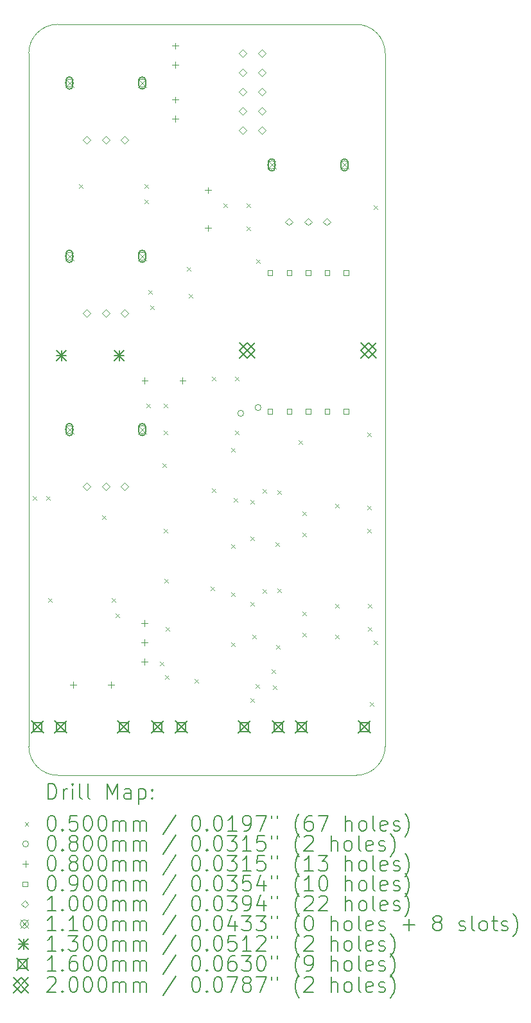
<source format=gbr>
%FSLAX45Y45*%
G04 Gerber Fmt 4.5, Leading zero omitted, Abs format (unit mm)*
G04 Created by KiCad (PCBNEW 6.0.5+dfsg-1~bpo11+1) date 2022-12-29 14:19:14*
%MOMM*%
%LPD*%
G01*
G04 APERTURE LIST*
%TA.AperFunction,Profile*%
%ADD10C,0.050000*%
%TD*%
%ADD11C,0.200000*%
%ADD12C,0.050000*%
%ADD13C,0.080000*%
%ADD14C,0.090000*%
%ADD15C,0.100000*%
%ADD16C,0.110000*%
%ADD17C,0.130000*%
%ADD18C,0.160000*%
G04 APERTURE END LIST*
D10*
X12674600Y-4622800D02*
X16611600Y-4622800D01*
X16992600Y-5003800D02*
G75*
G03*
X16611600Y-4622800I-381000J0D01*
G01*
X12293600Y-14147800D02*
G75*
G03*
X12674600Y-14528800I381000J0D01*
G01*
X16611600Y-14528800D02*
G75*
G03*
X16992600Y-14147800I0J381000D01*
G01*
X12674600Y-4622800D02*
G75*
G03*
X12293600Y-5003800I0J-381000D01*
G01*
X12293600Y-14147800D02*
X12293600Y-5003800D01*
X16992600Y-5003800D02*
X16992600Y-14147800D01*
X16611600Y-14528800D02*
X12674600Y-14528800D01*
D11*
D12*
X12344800Y-10846200D02*
X12394800Y-10896200D01*
X12394800Y-10846200D02*
X12344800Y-10896200D01*
X12522600Y-10846200D02*
X12572600Y-10896200D01*
X12572600Y-10846200D02*
X12522600Y-10896200D01*
X12548000Y-12192400D02*
X12598000Y-12242400D01*
X12598000Y-12192400D02*
X12548000Y-12242400D01*
X12954400Y-6731400D02*
X13004400Y-6781400D01*
X13004400Y-6731400D02*
X12954400Y-6781400D01*
X13259200Y-11100200D02*
X13309200Y-11150200D01*
X13309200Y-11100200D02*
X13259200Y-11150200D01*
X13386200Y-12192400D02*
X13436200Y-12242400D01*
X13436200Y-12192400D02*
X13386200Y-12242400D01*
X13437000Y-12395600D02*
X13487000Y-12445600D01*
X13487000Y-12395600D02*
X13437000Y-12445600D01*
X13818000Y-6731400D02*
X13868000Y-6781400D01*
X13868000Y-6731400D02*
X13818000Y-6781400D01*
X13818000Y-6934600D02*
X13868000Y-6984600D01*
X13868000Y-6934600D02*
X13818000Y-6984600D01*
X13843400Y-9627000D02*
X13893400Y-9677000D01*
X13893400Y-9627000D02*
X13843400Y-9677000D01*
X13868800Y-8128400D02*
X13918800Y-8178400D01*
X13918800Y-8128400D02*
X13868800Y-8178400D01*
X13894200Y-8331600D02*
X13944200Y-8381600D01*
X13944200Y-8331600D02*
X13894200Y-8381600D01*
X14021200Y-13030600D02*
X14071200Y-13080600D01*
X14071200Y-13030600D02*
X14021200Y-13080600D01*
X14055350Y-10415943D02*
X14105350Y-10465943D01*
X14105350Y-10415943D02*
X14055350Y-10465943D01*
X14072000Y-9627000D02*
X14122000Y-9677000D01*
X14122000Y-9627000D02*
X14072000Y-9677000D01*
X14072000Y-9982600D02*
X14122000Y-10032600D01*
X14122000Y-9982600D02*
X14072000Y-10032600D01*
X14072000Y-11278000D02*
X14122000Y-11328000D01*
X14122000Y-11278000D02*
X14072000Y-11328000D01*
X14080750Y-11939942D02*
X14130750Y-11989942D01*
X14130750Y-11939942D02*
X14080750Y-11989942D01*
X14093969Y-13211831D02*
X14143969Y-13261831D01*
X14143969Y-13211831D02*
X14093969Y-13261831D01*
X14097400Y-12573400D02*
X14147400Y-12623400D01*
X14147400Y-12573400D02*
X14097400Y-12623400D01*
X14376800Y-7823600D02*
X14426800Y-7873600D01*
X14426800Y-7823600D02*
X14376800Y-7873600D01*
X14402200Y-8179200D02*
X14452200Y-8229200D01*
X14452200Y-8179200D02*
X14402200Y-8229200D01*
X14481700Y-13262500D02*
X14531700Y-13312500D01*
X14531700Y-13262500D02*
X14481700Y-13312500D01*
X14691200Y-12040000D02*
X14741200Y-12090000D01*
X14741200Y-12040000D02*
X14691200Y-12090000D01*
X14707000Y-9271400D02*
X14757000Y-9321400D01*
X14757000Y-9271400D02*
X14707000Y-9321400D01*
X14707000Y-10744600D02*
X14757000Y-10794600D01*
X14757000Y-10744600D02*
X14707000Y-10794600D01*
X14859400Y-6985400D02*
X14909400Y-7035400D01*
X14909400Y-6985400D02*
X14859400Y-7035400D01*
X14961000Y-10211200D02*
X15011000Y-10261200D01*
X15011000Y-10211200D02*
X14961000Y-10261200D01*
X14961000Y-11481200D02*
X15011000Y-11531200D01*
X15011000Y-11481200D02*
X14961000Y-11531200D01*
X14961000Y-12116200D02*
X15011000Y-12166200D01*
X15011000Y-12116200D02*
X14961000Y-12166200D01*
X14961000Y-12776600D02*
X15011000Y-12826600D01*
X15011000Y-12776600D02*
X14961000Y-12826600D01*
X14993687Y-10871600D02*
X15043687Y-10921600D01*
X15043687Y-10871600D02*
X14993687Y-10921600D01*
X15011800Y-9271400D02*
X15061800Y-9321400D01*
X15061800Y-9271400D02*
X15011800Y-9321400D01*
X15011800Y-9982600D02*
X15061800Y-10032600D01*
X15061800Y-9982600D02*
X15011800Y-10032600D01*
X15164200Y-6985400D02*
X15214200Y-7035400D01*
X15214200Y-6985400D02*
X15164200Y-7035400D01*
X15164200Y-7290200D02*
X15214200Y-7340200D01*
X15214200Y-7290200D02*
X15164200Y-7340200D01*
X15215000Y-10897000D02*
X15265000Y-10947000D01*
X15265000Y-10897000D02*
X15215000Y-10947000D01*
X15215000Y-11379600D02*
X15265000Y-11429600D01*
X15265000Y-11379600D02*
X15215000Y-11429600D01*
X15215000Y-12243200D02*
X15265000Y-12293200D01*
X15265000Y-12243200D02*
X15215000Y-12293200D01*
X15215000Y-13513200D02*
X15265000Y-13563200D01*
X15265000Y-13513200D02*
X15215000Y-13563200D01*
X15240400Y-12675000D02*
X15290400Y-12725000D01*
X15290400Y-12675000D02*
X15240400Y-12725000D01*
X15283567Y-13324495D02*
X15333567Y-13374495D01*
X15333567Y-13324495D02*
X15283567Y-13374495D01*
X15291200Y-7722000D02*
X15341200Y-7772000D01*
X15341200Y-7722000D02*
X15291200Y-7772000D01*
X15380700Y-10755693D02*
X15430700Y-10805693D01*
X15430700Y-10755693D02*
X15380700Y-10805693D01*
X15380700Y-12074414D02*
X15430700Y-12124414D01*
X15430700Y-12074414D02*
X15380700Y-12124414D01*
X15494400Y-13132200D02*
X15544400Y-13182200D01*
X15544400Y-13132200D02*
X15494400Y-13182200D01*
X15509595Y-13345604D02*
X15559595Y-13395604D01*
X15559595Y-13345604D02*
X15509595Y-13395604D01*
X15545200Y-11455800D02*
X15595200Y-11505800D01*
X15595200Y-11455800D02*
X15545200Y-11505800D01*
X15553950Y-12808207D02*
X15603950Y-12858207D01*
X15603950Y-12808207D02*
X15553950Y-12858207D01*
X15570600Y-10770000D02*
X15620600Y-10820000D01*
X15620600Y-10770000D02*
X15570600Y-10820000D01*
X15570600Y-12065400D02*
X15620600Y-12115400D01*
X15620600Y-12065400D02*
X15570600Y-12115400D01*
X15850000Y-10109600D02*
X15900000Y-10159600D01*
X15900000Y-10109600D02*
X15850000Y-10159600D01*
X15900800Y-11049400D02*
X15950800Y-11099400D01*
X15950800Y-11049400D02*
X15900800Y-11099400D01*
X15900800Y-11328800D02*
X15950800Y-11378800D01*
X15950800Y-11328800D02*
X15900800Y-11378800D01*
X15900800Y-12370200D02*
X15950800Y-12420200D01*
X15950800Y-12370200D02*
X15900800Y-12420200D01*
X15900800Y-12649600D02*
X15950800Y-12699600D01*
X15950800Y-12649600D02*
X15900800Y-12699600D01*
X16332600Y-10947800D02*
X16382600Y-10997800D01*
X16382600Y-10947800D02*
X16332600Y-10997800D01*
X16332600Y-12268600D02*
X16382600Y-12318600D01*
X16382600Y-12268600D02*
X16332600Y-12318600D01*
X16332600Y-12675000D02*
X16382600Y-12725000D01*
X16382600Y-12675000D02*
X16332600Y-12725000D01*
X16755650Y-10008000D02*
X16805650Y-10058000D01*
X16805650Y-10008000D02*
X16755650Y-10058000D01*
X16755650Y-10971658D02*
X16805650Y-11021658D01*
X16805650Y-10971658D02*
X16755650Y-11021658D01*
X16755650Y-11276457D02*
X16805650Y-11326457D01*
X16805650Y-11276457D02*
X16755650Y-11326457D01*
X16764400Y-12268600D02*
X16814400Y-12318600D01*
X16814400Y-12268600D02*
X16764400Y-12318600D01*
X16764400Y-12573400D02*
X16814400Y-12623400D01*
X16814400Y-12573400D02*
X16764400Y-12623400D01*
X16789800Y-13564000D02*
X16839800Y-13614000D01*
X16839800Y-13564000D02*
X16789800Y-13614000D01*
X16840600Y-7010800D02*
X16890600Y-7060800D01*
X16890600Y-7010800D02*
X16840600Y-7060800D01*
X16840600Y-12751200D02*
X16890600Y-12801200D01*
X16890600Y-12751200D02*
X16840600Y-12801200D01*
D13*
X15127600Y-9753600D02*
G75*
G03*
X15127600Y-9753600I-40000J0D01*
G01*
X15356200Y-9677400D02*
G75*
G03*
X15356200Y-9677400I-40000J0D01*
G01*
X12877800Y-13295000D02*
X12877800Y-13375000D01*
X12837800Y-13335000D02*
X12917800Y-13335000D01*
X13377800Y-13295000D02*
X13377800Y-13375000D01*
X13337800Y-13335000D02*
X13417800Y-13335000D01*
X13817600Y-12482200D02*
X13817600Y-12562200D01*
X13777600Y-12522200D02*
X13857600Y-12522200D01*
X13817600Y-12736200D02*
X13817600Y-12816200D01*
X13777600Y-12776200D02*
X13857600Y-12776200D01*
X13817600Y-12990200D02*
X13817600Y-13070200D01*
X13777600Y-13030200D02*
X13857600Y-13030200D01*
X13821600Y-9281800D02*
X13821600Y-9361800D01*
X13781600Y-9321800D02*
X13861600Y-9321800D01*
X14224000Y-4866200D02*
X14224000Y-4946200D01*
X14184000Y-4906200D02*
X14264000Y-4906200D01*
X14224000Y-5116200D02*
X14224000Y-5196200D01*
X14184000Y-5156200D02*
X14264000Y-5156200D01*
X14224000Y-5577400D02*
X14224000Y-5657400D01*
X14184000Y-5617400D02*
X14264000Y-5617400D01*
X14224000Y-5827400D02*
X14224000Y-5907400D01*
X14184000Y-5867400D02*
X14264000Y-5867400D01*
X14321600Y-9281800D02*
X14321600Y-9361800D01*
X14281600Y-9321800D02*
X14361600Y-9321800D01*
X14655800Y-6771200D02*
X14655800Y-6851200D01*
X14615800Y-6811200D02*
X14695800Y-6811200D01*
X14655800Y-7271200D02*
X14655800Y-7351200D01*
X14615800Y-7311200D02*
X14695800Y-7311200D01*
D14*
X15508420Y-7930620D02*
X15508420Y-7866980D01*
X15444780Y-7866980D01*
X15444780Y-7930620D01*
X15508420Y-7930620D01*
X15508420Y-9760620D02*
X15508420Y-9696980D01*
X15444780Y-9696980D01*
X15444780Y-9760620D01*
X15508420Y-9760620D01*
X15758420Y-7930620D02*
X15758420Y-7866980D01*
X15694780Y-7866980D01*
X15694780Y-7930620D01*
X15758420Y-7930620D01*
X15758420Y-9760620D02*
X15758420Y-9696980D01*
X15694780Y-9696980D01*
X15694780Y-9760620D01*
X15758420Y-9760620D01*
X16008420Y-7930620D02*
X16008420Y-7866980D01*
X15944780Y-7866980D01*
X15944780Y-7930620D01*
X16008420Y-7930620D01*
X16008420Y-9760620D02*
X16008420Y-9696980D01*
X15944780Y-9696980D01*
X15944780Y-9760620D01*
X16008420Y-9760620D01*
X16258420Y-7930620D02*
X16258420Y-7866980D01*
X16194780Y-7866980D01*
X16194780Y-7930620D01*
X16258420Y-7930620D01*
X16258420Y-9760620D02*
X16258420Y-9696980D01*
X16194780Y-9696980D01*
X16194780Y-9760620D01*
X16258420Y-9760620D01*
X16508420Y-7930620D02*
X16508420Y-7866980D01*
X16444780Y-7866980D01*
X16444780Y-7930620D01*
X16508420Y-7930620D01*
X16508420Y-9760620D02*
X16508420Y-9696980D01*
X16444780Y-9696980D01*
X16444780Y-9760620D01*
X16508420Y-9760620D01*
D15*
X13059600Y-6196800D02*
X13109600Y-6146800D01*
X13059600Y-6096800D01*
X13009600Y-6146800D01*
X13059600Y-6196800D01*
X13059600Y-8482800D02*
X13109600Y-8432800D01*
X13059600Y-8382800D01*
X13009600Y-8432800D01*
X13059600Y-8482800D01*
X13059600Y-10768800D02*
X13109600Y-10718800D01*
X13059600Y-10668800D01*
X13009600Y-10718800D01*
X13059600Y-10768800D01*
X13309600Y-6196800D02*
X13359600Y-6146800D01*
X13309600Y-6096800D01*
X13259600Y-6146800D01*
X13309600Y-6196800D01*
X13309600Y-8482800D02*
X13359600Y-8432800D01*
X13309600Y-8382800D01*
X13259600Y-8432800D01*
X13309600Y-8482800D01*
X13309600Y-10768800D02*
X13359600Y-10718800D01*
X13309600Y-10668800D01*
X13259600Y-10718800D01*
X13309600Y-10768800D01*
X13559600Y-6196800D02*
X13609600Y-6146800D01*
X13559600Y-6096800D01*
X13509600Y-6146800D01*
X13559600Y-6196800D01*
X13559600Y-8482800D02*
X13609600Y-8432800D01*
X13559600Y-8382800D01*
X13509600Y-8432800D01*
X13559600Y-8482800D01*
X13559600Y-10768800D02*
X13609600Y-10718800D01*
X13559600Y-10668800D01*
X13509600Y-10718800D01*
X13559600Y-10768800D01*
X15113000Y-5053800D02*
X15163000Y-5003800D01*
X15113000Y-4953800D01*
X15063000Y-5003800D01*
X15113000Y-5053800D01*
X15113000Y-5307800D02*
X15163000Y-5257800D01*
X15113000Y-5207800D01*
X15063000Y-5257800D01*
X15113000Y-5307800D01*
X15113000Y-5561800D02*
X15163000Y-5511800D01*
X15113000Y-5461800D01*
X15063000Y-5511800D01*
X15113000Y-5561800D01*
X15113000Y-5815800D02*
X15163000Y-5765800D01*
X15113000Y-5715800D01*
X15063000Y-5765800D01*
X15113000Y-5815800D01*
X15113000Y-6069800D02*
X15163000Y-6019800D01*
X15113000Y-5969800D01*
X15063000Y-6019800D01*
X15113000Y-6069800D01*
X15367000Y-5053800D02*
X15417000Y-5003800D01*
X15367000Y-4953800D01*
X15317000Y-5003800D01*
X15367000Y-5053800D01*
X15367000Y-5307800D02*
X15417000Y-5257800D01*
X15367000Y-5207800D01*
X15317000Y-5257800D01*
X15367000Y-5307800D01*
X15367000Y-5561800D02*
X15417000Y-5511800D01*
X15367000Y-5461800D01*
X15317000Y-5511800D01*
X15367000Y-5561800D01*
X15367000Y-5815800D02*
X15417000Y-5765800D01*
X15367000Y-5715800D01*
X15317000Y-5765800D01*
X15367000Y-5815800D01*
X15367000Y-6069800D02*
X15417000Y-6019800D01*
X15367000Y-5969800D01*
X15317000Y-6019800D01*
X15367000Y-6069800D01*
X15726600Y-7277300D02*
X15776600Y-7227300D01*
X15726600Y-7177300D01*
X15676600Y-7227300D01*
X15726600Y-7277300D01*
X15976600Y-7277300D02*
X16026600Y-7227300D01*
X15976600Y-7177300D01*
X15926600Y-7227300D01*
X15976600Y-7277300D01*
X16226600Y-7277300D02*
X16276600Y-7227300D01*
X16226600Y-7177300D01*
X16176600Y-7227300D01*
X16226600Y-7277300D01*
D16*
X12774600Y-5341800D02*
X12884600Y-5451800D01*
X12884600Y-5341800D02*
X12774600Y-5451800D01*
X12884600Y-5396800D02*
G75*
G03*
X12884600Y-5396800I-55000J0D01*
G01*
D11*
X12874600Y-5431800D02*
X12874600Y-5361800D01*
X12784600Y-5431800D02*
X12784600Y-5361800D01*
X12874600Y-5361800D02*
G75*
G03*
X12784600Y-5361800I-45000J0D01*
G01*
X12784600Y-5431800D02*
G75*
G03*
X12874600Y-5431800I45000J0D01*
G01*
D16*
X12774600Y-7627800D02*
X12884600Y-7737800D01*
X12884600Y-7627800D02*
X12774600Y-7737800D01*
X12884600Y-7682800D02*
G75*
G03*
X12884600Y-7682800I-55000J0D01*
G01*
D11*
X12874600Y-7717800D02*
X12874600Y-7647800D01*
X12784600Y-7717800D02*
X12784600Y-7647800D01*
X12874600Y-7647800D02*
G75*
G03*
X12784600Y-7647800I-45000J0D01*
G01*
X12784600Y-7717800D02*
G75*
G03*
X12874600Y-7717800I45000J0D01*
G01*
D16*
X12774600Y-9913800D02*
X12884600Y-10023800D01*
X12884600Y-9913800D02*
X12774600Y-10023800D01*
X12884600Y-9968800D02*
G75*
G03*
X12884600Y-9968800I-55000J0D01*
G01*
D11*
X12874600Y-10003800D02*
X12874600Y-9933800D01*
X12784600Y-10003800D02*
X12784600Y-9933800D01*
X12874600Y-9933800D02*
G75*
G03*
X12784600Y-9933800I-45000J0D01*
G01*
X12784600Y-10003800D02*
G75*
G03*
X12874600Y-10003800I45000J0D01*
G01*
D16*
X13734600Y-5341800D02*
X13844600Y-5451800D01*
X13844600Y-5341800D02*
X13734600Y-5451800D01*
X13844600Y-5396800D02*
G75*
G03*
X13844600Y-5396800I-55000J0D01*
G01*
D11*
X13834600Y-5431800D02*
X13834600Y-5361800D01*
X13744600Y-5431800D02*
X13744600Y-5361800D01*
X13834600Y-5361800D02*
G75*
G03*
X13744600Y-5361800I-45000J0D01*
G01*
X13744600Y-5431800D02*
G75*
G03*
X13834600Y-5431800I45000J0D01*
G01*
D16*
X13734600Y-7627800D02*
X13844600Y-7737800D01*
X13844600Y-7627800D02*
X13734600Y-7737800D01*
X13844600Y-7682800D02*
G75*
G03*
X13844600Y-7682800I-55000J0D01*
G01*
D11*
X13834600Y-7717800D02*
X13834600Y-7647800D01*
X13744600Y-7717800D02*
X13744600Y-7647800D01*
X13834600Y-7647800D02*
G75*
G03*
X13744600Y-7647800I-45000J0D01*
G01*
X13744600Y-7717800D02*
G75*
G03*
X13834600Y-7717800I45000J0D01*
G01*
D16*
X13734600Y-9913800D02*
X13844600Y-10023800D01*
X13844600Y-9913800D02*
X13734600Y-10023800D01*
X13844600Y-9968800D02*
G75*
G03*
X13844600Y-9968800I-55000J0D01*
G01*
D11*
X13834600Y-10003800D02*
X13834600Y-9933800D01*
X13744600Y-10003800D02*
X13744600Y-9933800D01*
X13834600Y-9933800D02*
G75*
G03*
X13744600Y-9933800I-45000J0D01*
G01*
X13744600Y-10003800D02*
G75*
G03*
X13834600Y-10003800I45000J0D01*
G01*
D16*
X15441600Y-6422300D02*
X15551600Y-6532300D01*
X15551600Y-6422300D02*
X15441600Y-6532300D01*
X15551600Y-6477300D02*
G75*
G03*
X15551600Y-6477300I-55000J0D01*
G01*
D11*
X15541600Y-6512300D02*
X15541600Y-6442300D01*
X15451600Y-6512300D02*
X15451600Y-6442300D01*
X15541600Y-6442300D02*
G75*
G03*
X15451600Y-6442300I-45000J0D01*
G01*
X15451600Y-6512300D02*
G75*
G03*
X15541600Y-6512300I45000J0D01*
G01*
D16*
X16401600Y-6422300D02*
X16511600Y-6532300D01*
X16511600Y-6422300D02*
X16401600Y-6532300D01*
X16511600Y-6477300D02*
G75*
G03*
X16511600Y-6477300I-55000J0D01*
G01*
D11*
X16501600Y-6512300D02*
X16501600Y-6442300D01*
X16411600Y-6512300D02*
X16411600Y-6442300D01*
X16501600Y-6442300D02*
G75*
G03*
X16411600Y-6442300I-45000J0D01*
G01*
X16411600Y-6512300D02*
G75*
G03*
X16501600Y-6512300I45000J0D01*
G01*
D17*
X12660400Y-8926600D02*
X12790400Y-9056600D01*
X12790400Y-8926600D02*
X12660400Y-9056600D01*
X12725400Y-8926600D02*
X12725400Y-9056600D01*
X12660400Y-8991600D02*
X12790400Y-8991600D01*
X13422400Y-8926600D02*
X13552400Y-9056600D01*
X13552400Y-8926600D02*
X13422400Y-9056600D01*
X13487400Y-8926600D02*
X13487400Y-9056600D01*
X13422400Y-8991600D02*
X13552400Y-8991600D01*
D18*
X12327600Y-13813800D02*
X12487600Y-13973800D01*
X12487600Y-13813800D02*
X12327600Y-13973800D01*
X12464169Y-13950369D02*
X12464169Y-13837231D01*
X12351031Y-13837231D01*
X12351031Y-13950369D01*
X12464169Y-13950369D01*
X12637600Y-13813800D02*
X12797600Y-13973800D01*
X12797600Y-13813800D02*
X12637600Y-13973800D01*
X12774169Y-13950369D02*
X12774169Y-13837231D01*
X12661031Y-13837231D01*
X12661031Y-13950369D01*
X12774169Y-13950369D01*
X13467600Y-13813800D02*
X13627600Y-13973800D01*
X13627600Y-13813800D02*
X13467600Y-13973800D01*
X13604169Y-13950369D02*
X13604169Y-13837231D01*
X13491031Y-13837231D01*
X13491031Y-13950369D01*
X13604169Y-13950369D01*
X13915100Y-13813800D02*
X14075100Y-13973800D01*
X14075100Y-13813800D02*
X13915100Y-13973800D01*
X14051669Y-13950369D02*
X14051669Y-13837231D01*
X13938531Y-13837231D01*
X13938531Y-13950369D01*
X14051669Y-13950369D01*
X14225100Y-13813800D02*
X14385100Y-13973800D01*
X14385100Y-13813800D02*
X14225100Y-13973800D01*
X14361669Y-13950369D02*
X14361669Y-13837231D01*
X14248531Y-13837231D01*
X14248531Y-13950369D01*
X14361669Y-13950369D01*
X15055100Y-13813800D02*
X15215100Y-13973800D01*
X15215100Y-13813800D02*
X15055100Y-13973800D01*
X15191669Y-13950369D02*
X15191669Y-13837231D01*
X15078531Y-13837231D01*
X15078531Y-13950369D01*
X15191669Y-13950369D01*
X15502600Y-13813800D02*
X15662600Y-13973800D01*
X15662600Y-13813800D02*
X15502600Y-13973800D01*
X15639169Y-13950369D02*
X15639169Y-13837231D01*
X15526031Y-13837231D01*
X15526031Y-13950369D01*
X15639169Y-13950369D01*
X15812600Y-13813800D02*
X15972600Y-13973800D01*
X15972600Y-13813800D02*
X15812600Y-13973800D01*
X15949169Y-13950369D02*
X15949169Y-13837231D01*
X15836031Y-13837231D01*
X15836031Y-13950369D01*
X15949169Y-13950369D01*
X16642600Y-13813800D02*
X16802600Y-13973800D01*
X16802600Y-13813800D02*
X16642600Y-13973800D01*
X16779169Y-13950369D02*
X16779169Y-13837231D01*
X16666031Y-13837231D01*
X16666031Y-13950369D01*
X16779169Y-13950369D01*
D11*
X15076600Y-8823800D02*
X15276600Y-9023800D01*
X15276600Y-8823800D02*
X15076600Y-9023800D01*
X15176600Y-9023800D02*
X15276600Y-8923800D01*
X15176600Y-8823800D01*
X15076600Y-8923800D01*
X15176600Y-9023800D01*
X16676600Y-8823800D02*
X16876600Y-9023800D01*
X16876600Y-8823800D02*
X16676600Y-9023800D01*
X16776600Y-9023800D02*
X16876600Y-8923800D01*
X16776600Y-8823800D01*
X16676600Y-8923800D01*
X16776600Y-9023800D01*
X12548719Y-14841776D02*
X12548719Y-14641776D01*
X12596338Y-14641776D01*
X12624909Y-14651300D01*
X12643957Y-14670348D01*
X12653481Y-14689395D01*
X12663005Y-14727490D01*
X12663005Y-14756062D01*
X12653481Y-14794157D01*
X12643957Y-14813205D01*
X12624909Y-14832252D01*
X12596338Y-14841776D01*
X12548719Y-14841776D01*
X12748719Y-14841776D02*
X12748719Y-14708443D01*
X12748719Y-14746538D02*
X12758243Y-14727490D01*
X12767767Y-14717967D01*
X12786814Y-14708443D01*
X12805862Y-14708443D01*
X12872528Y-14841776D02*
X12872528Y-14708443D01*
X12872528Y-14641776D02*
X12863005Y-14651300D01*
X12872528Y-14660824D01*
X12882052Y-14651300D01*
X12872528Y-14641776D01*
X12872528Y-14660824D01*
X12996338Y-14841776D02*
X12977290Y-14832252D01*
X12967767Y-14813205D01*
X12967767Y-14641776D01*
X13101100Y-14841776D02*
X13082052Y-14832252D01*
X13072528Y-14813205D01*
X13072528Y-14641776D01*
X13329671Y-14841776D02*
X13329671Y-14641776D01*
X13396338Y-14784633D01*
X13463005Y-14641776D01*
X13463005Y-14841776D01*
X13643957Y-14841776D02*
X13643957Y-14737014D01*
X13634433Y-14717967D01*
X13615386Y-14708443D01*
X13577290Y-14708443D01*
X13558243Y-14717967D01*
X13643957Y-14832252D02*
X13624909Y-14841776D01*
X13577290Y-14841776D01*
X13558243Y-14832252D01*
X13548719Y-14813205D01*
X13548719Y-14794157D01*
X13558243Y-14775109D01*
X13577290Y-14765586D01*
X13624909Y-14765586D01*
X13643957Y-14756062D01*
X13739195Y-14708443D02*
X13739195Y-14908443D01*
X13739195Y-14717967D02*
X13758243Y-14708443D01*
X13796338Y-14708443D01*
X13815386Y-14717967D01*
X13824909Y-14727490D01*
X13834433Y-14746538D01*
X13834433Y-14803681D01*
X13824909Y-14822728D01*
X13815386Y-14832252D01*
X13796338Y-14841776D01*
X13758243Y-14841776D01*
X13739195Y-14832252D01*
X13920148Y-14822728D02*
X13929671Y-14832252D01*
X13920148Y-14841776D01*
X13910624Y-14832252D01*
X13920148Y-14822728D01*
X13920148Y-14841776D01*
X13920148Y-14717967D02*
X13929671Y-14727490D01*
X13920148Y-14737014D01*
X13910624Y-14727490D01*
X13920148Y-14717967D01*
X13920148Y-14737014D01*
D12*
X12241100Y-15146300D02*
X12291100Y-15196300D01*
X12291100Y-15146300D02*
X12241100Y-15196300D01*
D11*
X12586814Y-15061776D02*
X12605862Y-15061776D01*
X12624909Y-15071300D01*
X12634433Y-15080824D01*
X12643957Y-15099871D01*
X12653481Y-15137967D01*
X12653481Y-15185586D01*
X12643957Y-15223681D01*
X12634433Y-15242728D01*
X12624909Y-15252252D01*
X12605862Y-15261776D01*
X12586814Y-15261776D01*
X12567767Y-15252252D01*
X12558243Y-15242728D01*
X12548719Y-15223681D01*
X12539195Y-15185586D01*
X12539195Y-15137967D01*
X12548719Y-15099871D01*
X12558243Y-15080824D01*
X12567767Y-15071300D01*
X12586814Y-15061776D01*
X12739195Y-15242728D02*
X12748719Y-15252252D01*
X12739195Y-15261776D01*
X12729671Y-15252252D01*
X12739195Y-15242728D01*
X12739195Y-15261776D01*
X12929671Y-15061776D02*
X12834433Y-15061776D01*
X12824909Y-15157014D01*
X12834433Y-15147490D01*
X12853481Y-15137967D01*
X12901100Y-15137967D01*
X12920148Y-15147490D01*
X12929671Y-15157014D01*
X12939195Y-15176062D01*
X12939195Y-15223681D01*
X12929671Y-15242728D01*
X12920148Y-15252252D01*
X12901100Y-15261776D01*
X12853481Y-15261776D01*
X12834433Y-15252252D01*
X12824909Y-15242728D01*
X13063005Y-15061776D02*
X13082052Y-15061776D01*
X13101100Y-15071300D01*
X13110624Y-15080824D01*
X13120148Y-15099871D01*
X13129671Y-15137967D01*
X13129671Y-15185586D01*
X13120148Y-15223681D01*
X13110624Y-15242728D01*
X13101100Y-15252252D01*
X13082052Y-15261776D01*
X13063005Y-15261776D01*
X13043957Y-15252252D01*
X13034433Y-15242728D01*
X13024909Y-15223681D01*
X13015386Y-15185586D01*
X13015386Y-15137967D01*
X13024909Y-15099871D01*
X13034433Y-15080824D01*
X13043957Y-15071300D01*
X13063005Y-15061776D01*
X13253481Y-15061776D02*
X13272528Y-15061776D01*
X13291576Y-15071300D01*
X13301100Y-15080824D01*
X13310624Y-15099871D01*
X13320148Y-15137967D01*
X13320148Y-15185586D01*
X13310624Y-15223681D01*
X13301100Y-15242728D01*
X13291576Y-15252252D01*
X13272528Y-15261776D01*
X13253481Y-15261776D01*
X13234433Y-15252252D01*
X13224909Y-15242728D01*
X13215386Y-15223681D01*
X13205862Y-15185586D01*
X13205862Y-15137967D01*
X13215386Y-15099871D01*
X13224909Y-15080824D01*
X13234433Y-15071300D01*
X13253481Y-15061776D01*
X13405862Y-15261776D02*
X13405862Y-15128443D01*
X13405862Y-15147490D02*
X13415386Y-15137967D01*
X13434433Y-15128443D01*
X13463005Y-15128443D01*
X13482052Y-15137967D01*
X13491576Y-15157014D01*
X13491576Y-15261776D01*
X13491576Y-15157014D02*
X13501100Y-15137967D01*
X13520148Y-15128443D01*
X13548719Y-15128443D01*
X13567767Y-15137967D01*
X13577290Y-15157014D01*
X13577290Y-15261776D01*
X13672528Y-15261776D02*
X13672528Y-15128443D01*
X13672528Y-15147490D02*
X13682052Y-15137967D01*
X13701100Y-15128443D01*
X13729671Y-15128443D01*
X13748719Y-15137967D01*
X13758243Y-15157014D01*
X13758243Y-15261776D01*
X13758243Y-15157014D02*
X13767767Y-15137967D01*
X13786814Y-15128443D01*
X13815386Y-15128443D01*
X13834433Y-15137967D01*
X13843957Y-15157014D01*
X13843957Y-15261776D01*
X14234433Y-15052252D02*
X14063005Y-15309395D01*
X14491576Y-15061776D02*
X14510624Y-15061776D01*
X14529671Y-15071300D01*
X14539195Y-15080824D01*
X14548719Y-15099871D01*
X14558243Y-15137967D01*
X14558243Y-15185586D01*
X14548719Y-15223681D01*
X14539195Y-15242728D01*
X14529671Y-15252252D01*
X14510624Y-15261776D01*
X14491576Y-15261776D01*
X14472528Y-15252252D01*
X14463005Y-15242728D01*
X14453481Y-15223681D01*
X14443957Y-15185586D01*
X14443957Y-15137967D01*
X14453481Y-15099871D01*
X14463005Y-15080824D01*
X14472528Y-15071300D01*
X14491576Y-15061776D01*
X14643957Y-15242728D02*
X14653481Y-15252252D01*
X14643957Y-15261776D01*
X14634433Y-15252252D01*
X14643957Y-15242728D01*
X14643957Y-15261776D01*
X14777290Y-15061776D02*
X14796338Y-15061776D01*
X14815386Y-15071300D01*
X14824909Y-15080824D01*
X14834433Y-15099871D01*
X14843957Y-15137967D01*
X14843957Y-15185586D01*
X14834433Y-15223681D01*
X14824909Y-15242728D01*
X14815386Y-15252252D01*
X14796338Y-15261776D01*
X14777290Y-15261776D01*
X14758243Y-15252252D01*
X14748719Y-15242728D01*
X14739195Y-15223681D01*
X14729671Y-15185586D01*
X14729671Y-15137967D01*
X14739195Y-15099871D01*
X14748719Y-15080824D01*
X14758243Y-15071300D01*
X14777290Y-15061776D01*
X15034433Y-15261776D02*
X14920148Y-15261776D01*
X14977290Y-15261776D02*
X14977290Y-15061776D01*
X14958243Y-15090348D01*
X14939195Y-15109395D01*
X14920148Y-15118919D01*
X15129671Y-15261776D02*
X15167767Y-15261776D01*
X15186814Y-15252252D01*
X15196338Y-15242728D01*
X15215386Y-15214157D01*
X15224909Y-15176062D01*
X15224909Y-15099871D01*
X15215386Y-15080824D01*
X15205862Y-15071300D01*
X15186814Y-15061776D01*
X15148719Y-15061776D01*
X15129671Y-15071300D01*
X15120148Y-15080824D01*
X15110624Y-15099871D01*
X15110624Y-15147490D01*
X15120148Y-15166538D01*
X15129671Y-15176062D01*
X15148719Y-15185586D01*
X15186814Y-15185586D01*
X15205862Y-15176062D01*
X15215386Y-15166538D01*
X15224909Y-15147490D01*
X15291576Y-15061776D02*
X15424909Y-15061776D01*
X15339195Y-15261776D01*
X15491576Y-15061776D02*
X15491576Y-15099871D01*
X15567767Y-15061776D02*
X15567767Y-15099871D01*
X15863005Y-15337967D02*
X15853481Y-15328443D01*
X15834433Y-15299871D01*
X15824909Y-15280824D01*
X15815386Y-15252252D01*
X15805862Y-15204633D01*
X15805862Y-15166538D01*
X15815386Y-15118919D01*
X15824909Y-15090348D01*
X15834433Y-15071300D01*
X15853481Y-15042728D01*
X15863005Y-15033205D01*
X16024909Y-15061776D02*
X15986814Y-15061776D01*
X15967767Y-15071300D01*
X15958243Y-15080824D01*
X15939195Y-15109395D01*
X15929671Y-15147490D01*
X15929671Y-15223681D01*
X15939195Y-15242728D01*
X15948719Y-15252252D01*
X15967767Y-15261776D01*
X16005862Y-15261776D01*
X16024909Y-15252252D01*
X16034433Y-15242728D01*
X16043957Y-15223681D01*
X16043957Y-15176062D01*
X16034433Y-15157014D01*
X16024909Y-15147490D01*
X16005862Y-15137967D01*
X15967767Y-15137967D01*
X15948719Y-15147490D01*
X15939195Y-15157014D01*
X15929671Y-15176062D01*
X16110624Y-15061776D02*
X16243957Y-15061776D01*
X16158243Y-15261776D01*
X16472528Y-15261776D02*
X16472528Y-15061776D01*
X16558243Y-15261776D02*
X16558243Y-15157014D01*
X16548719Y-15137967D01*
X16529671Y-15128443D01*
X16501100Y-15128443D01*
X16482052Y-15137967D01*
X16472528Y-15147490D01*
X16682052Y-15261776D02*
X16663005Y-15252252D01*
X16653481Y-15242728D01*
X16643957Y-15223681D01*
X16643957Y-15166538D01*
X16653481Y-15147490D01*
X16663005Y-15137967D01*
X16682052Y-15128443D01*
X16710624Y-15128443D01*
X16729671Y-15137967D01*
X16739195Y-15147490D01*
X16748719Y-15166538D01*
X16748719Y-15223681D01*
X16739195Y-15242728D01*
X16729671Y-15252252D01*
X16710624Y-15261776D01*
X16682052Y-15261776D01*
X16863005Y-15261776D02*
X16843957Y-15252252D01*
X16834433Y-15233205D01*
X16834433Y-15061776D01*
X17015386Y-15252252D02*
X16996338Y-15261776D01*
X16958243Y-15261776D01*
X16939195Y-15252252D01*
X16929671Y-15233205D01*
X16929671Y-15157014D01*
X16939195Y-15137967D01*
X16958243Y-15128443D01*
X16996338Y-15128443D01*
X17015386Y-15137967D01*
X17024910Y-15157014D01*
X17024910Y-15176062D01*
X16929671Y-15195109D01*
X17101100Y-15252252D02*
X17120148Y-15261776D01*
X17158243Y-15261776D01*
X17177290Y-15252252D01*
X17186814Y-15233205D01*
X17186814Y-15223681D01*
X17177290Y-15204633D01*
X17158243Y-15195109D01*
X17129671Y-15195109D01*
X17110624Y-15185586D01*
X17101100Y-15166538D01*
X17101100Y-15157014D01*
X17110624Y-15137967D01*
X17129671Y-15128443D01*
X17158243Y-15128443D01*
X17177290Y-15137967D01*
X17253481Y-15337967D02*
X17263005Y-15328443D01*
X17282052Y-15299871D01*
X17291576Y-15280824D01*
X17301100Y-15252252D01*
X17310624Y-15204633D01*
X17310624Y-15166538D01*
X17301100Y-15118919D01*
X17291576Y-15090348D01*
X17282052Y-15071300D01*
X17263005Y-15042728D01*
X17253481Y-15033205D01*
D13*
X12291100Y-15435300D02*
G75*
G03*
X12291100Y-15435300I-40000J0D01*
G01*
D11*
X12586814Y-15325776D02*
X12605862Y-15325776D01*
X12624909Y-15335300D01*
X12634433Y-15344824D01*
X12643957Y-15363871D01*
X12653481Y-15401967D01*
X12653481Y-15449586D01*
X12643957Y-15487681D01*
X12634433Y-15506728D01*
X12624909Y-15516252D01*
X12605862Y-15525776D01*
X12586814Y-15525776D01*
X12567767Y-15516252D01*
X12558243Y-15506728D01*
X12548719Y-15487681D01*
X12539195Y-15449586D01*
X12539195Y-15401967D01*
X12548719Y-15363871D01*
X12558243Y-15344824D01*
X12567767Y-15335300D01*
X12586814Y-15325776D01*
X12739195Y-15506728D02*
X12748719Y-15516252D01*
X12739195Y-15525776D01*
X12729671Y-15516252D01*
X12739195Y-15506728D01*
X12739195Y-15525776D01*
X12863005Y-15411490D02*
X12843957Y-15401967D01*
X12834433Y-15392443D01*
X12824909Y-15373395D01*
X12824909Y-15363871D01*
X12834433Y-15344824D01*
X12843957Y-15335300D01*
X12863005Y-15325776D01*
X12901100Y-15325776D01*
X12920148Y-15335300D01*
X12929671Y-15344824D01*
X12939195Y-15363871D01*
X12939195Y-15373395D01*
X12929671Y-15392443D01*
X12920148Y-15401967D01*
X12901100Y-15411490D01*
X12863005Y-15411490D01*
X12843957Y-15421014D01*
X12834433Y-15430538D01*
X12824909Y-15449586D01*
X12824909Y-15487681D01*
X12834433Y-15506728D01*
X12843957Y-15516252D01*
X12863005Y-15525776D01*
X12901100Y-15525776D01*
X12920148Y-15516252D01*
X12929671Y-15506728D01*
X12939195Y-15487681D01*
X12939195Y-15449586D01*
X12929671Y-15430538D01*
X12920148Y-15421014D01*
X12901100Y-15411490D01*
X13063005Y-15325776D02*
X13082052Y-15325776D01*
X13101100Y-15335300D01*
X13110624Y-15344824D01*
X13120148Y-15363871D01*
X13129671Y-15401967D01*
X13129671Y-15449586D01*
X13120148Y-15487681D01*
X13110624Y-15506728D01*
X13101100Y-15516252D01*
X13082052Y-15525776D01*
X13063005Y-15525776D01*
X13043957Y-15516252D01*
X13034433Y-15506728D01*
X13024909Y-15487681D01*
X13015386Y-15449586D01*
X13015386Y-15401967D01*
X13024909Y-15363871D01*
X13034433Y-15344824D01*
X13043957Y-15335300D01*
X13063005Y-15325776D01*
X13253481Y-15325776D02*
X13272528Y-15325776D01*
X13291576Y-15335300D01*
X13301100Y-15344824D01*
X13310624Y-15363871D01*
X13320148Y-15401967D01*
X13320148Y-15449586D01*
X13310624Y-15487681D01*
X13301100Y-15506728D01*
X13291576Y-15516252D01*
X13272528Y-15525776D01*
X13253481Y-15525776D01*
X13234433Y-15516252D01*
X13224909Y-15506728D01*
X13215386Y-15487681D01*
X13205862Y-15449586D01*
X13205862Y-15401967D01*
X13215386Y-15363871D01*
X13224909Y-15344824D01*
X13234433Y-15335300D01*
X13253481Y-15325776D01*
X13405862Y-15525776D02*
X13405862Y-15392443D01*
X13405862Y-15411490D02*
X13415386Y-15401967D01*
X13434433Y-15392443D01*
X13463005Y-15392443D01*
X13482052Y-15401967D01*
X13491576Y-15421014D01*
X13491576Y-15525776D01*
X13491576Y-15421014D02*
X13501100Y-15401967D01*
X13520148Y-15392443D01*
X13548719Y-15392443D01*
X13567767Y-15401967D01*
X13577290Y-15421014D01*
X13577290Y-15525776D01*
X13672528Y-15525776D02*
X13672528Y-15392443D01*
X13672528Y-15411490D02*
X13682052Y-15401967D01*
X13701100Y-15392443D01*
X13729671Y-15392443D01*
X13748719Y-15401967D01*
X13758243Y-15421014D01*
X13758243Y-15525776D01*
X13758243Y-15421014D02*
X13767767Y-15401967D01*
X13786814Y-15392443D01*
X13815386Y-15392443D01*
X13834433Y-15401967D01*
X13843957Y-15421014D01*
X13843957Y-15525776D01*
X14234433Y-15316252D02*
X14063005Y-15573395D01*
X14491576Y-15325776D02*
X14510624Y-15325776D01*
X14529671Y-15335300D01*
X14539195Y-15344824D01*
X14548719Y-15363871D01*
X14558243Y-15401967D01*
X14558243Y-15449586D01*
X14548719Y-15487681D01*
X14539195Y-15506728D01*
X14529671Y-15516252D01*
X14510624Y-15525776D01*
X14491576Y-15525776D01*
X14472528Y-15516252D01*
X14463005Y-15506728D01*
X14453481Y-15487681D01*
X14443957Y-15449586D01*
X14443957Y-15401967D01*
X14453481Y-15363871D01*
X14463005Y-15344824D01*
X14472528Y-15335300D01*
X14491576Y-15325776D01*
X14643957Y-15506728D02*
X14653481Y-15516252D01*
X14643957Y-15525776D01*
X14634433Y-15516252D01*
X14643957Y-15506728D01*
X14643957Y-15525776D01*
X14777290Y-15325776D02*
X14796338Y-15325776D01*
X14815386Y-15335300D01*
X14824909Y-15344824D01*
X14834433Y-15363871D01*
X14843957Y-15401967D01*
X14843957Y-15449586D01*
X14834433Y-15487681D01*
X14824909Y-15506728D01*
X14815386Y-15516252D01*
X14796338Y-15525776D01*
X14777290Y-15525776D01*
X14758243Y-15516252D01*
X14748719Y-15506728D01*
X14739195Y-15487681D01*
X14729671Y-15449586D01*
X14729671Y-15401967D01*
X14739195Y-15363871D01*
X14748719Y-15344824D01*
X14758243Y-15335300D01*
X14777290Y-15325776D01*
X14910624Y-15325776D02*
X15034433Y-15325776D01*
X14967767Y-15401967D01*
X14996338Y-15401967D01*
X15015386Y-15411490D01*
X15024909Y-15421014D01*
X15034433Y-15440062D01*
X15034433Y-15487681D01*
X15024909Y-15506728D01*
X15015386Y-15516252D01*
X14996338Y-15525776D01*
X14939195Y-15525776D01*
X14920148Y-15516252D01*
X14910624Y-15506728D01*
X15224909Y-15525776D02*
X15110624Y-15525776D01*
X15167767Y-15525776D02*
X15167767Y-15325776D01*
X15148719Y-15354348D01*
X15129671Y-15373395D01*
X15110624Y-15382919D01*
X15405862Y-15325776D02*
X15310624Y-15325776D01*
X15301100Y-15421014D01*
X15310624Y-15411490D01*
X15329671Y-15401967D01*
X15377290Y-15401967D01*
X15396338Y-15411490D01*
X15405862Y-15421014D01*
X15415386Y-15440062D01*
X15415386Y-15487681D01*
X15405862Y-15506728D01*
X15396338Y-15516252D01*
X15377290Y-15525776D01*
X15329671Y-15525776D01*
X15310624Y-15516252D01*
X15301100Y-15506728D01*
X15491576Y-15325776D02*
X15491576Y-15363871D01*
X15567767Y-15325776D02*
X15567767Y-15363871D01*
X15863005Y-15601967D02*
X15853481Y-15592443D01*
X15834433Y-15563871D01*
X15824909Y-15544824D01*
X15815386Y-15516252D01*
X15805862Y-15468633D01*
X15805862Y-15430538D01*
X15815386Y-15382919D01*
X15824909Y-15354348D01*
X15834433Y-15335300D01*
X15853481Y-15306728D01*
X15863005Y-15297205D01*
X15929671Y-15344824D02*
X15939195Y-15335300D01*
X15958243Y-15325776D01*
X16005862Y-15325776D01*
X16024909Y-15335300D01*
X16034433Y-15344824D01*
X16043957Y-15363871D01*
X16043957Y-15382919D01*
X16034433Y-15411490D01*
X15920148Y-15525776D01*
X16043957Y-15525776D01*
X16282052Y-15525776D02*
X16282052Y-15325776D01*
X16367767Y-15525776D02*
X16367767Y-15421014D01*
X16358243Y-15401967D01*
X16339195Y-15392443D01*
X16310624Y-15392443D01*
X16291576Y-15401967D01*
X16282052Y-15411490D01*
X16491576Y-15525776D02*
X16472528Y-15516252D01*
X16463005Y-15506728D01*
X16453481Y-15487681D01*
X16453481Y-15430538D01*
X16463005Y-15411490D01*
X16472528Y-15401967D01*
X16491576Y-15392443D01*
X16520148Y-15392443D01*
X16539195Y-15401967D01*
X16548719Y-15411490D01*
X16558243Y-15430538D01*
X16558243Y-15487681D01*
X16548719Y-15506728D01*
X16539195Y-15516252D01*
X16520148Y-15525776D01*
X16491576Y-15525776D01*
X16672528Y-15525776D02*
X16653481Y-15516252D01*
X16643957Y-15497205D01*
X16643957Y-15325776D01*
X16824910Y-15516252D02*
X16805862Y-15525776D01*
X16767767Y-15525776D01*
X16748719Y-15516252D01*
X16739195Y-15497205D01*
X16739195Y-15421014D01*
X16748719Y-15401967D01*
X16767767Y-15392443D01*
X16805862Y-15392443D01*
X16824910Y-15401967D01*
X16834433Y-15421014D01*
X16834433Y-15440062D01*
X16739195Y-15459109D01*
X16910624Y-15516252D02*
X16929671Y-15525776D01*
X16967767Y-15525776D01*
X16986814Y-15516252D01*
X16996338Y-15497205D01*
X16996338Y-15487681D01*
X16986814Y-15468633D01*
X16967767Y-15459109D01*
X16939195Y-15459109D01*
X16920148Y-15449586D01*
X16910624Y-15430538D01*
X16910624Y-15421014D01*
X16920148Y-15401967D01*
X16939195Y-15392443D01*
X16967767Y-15392443D01*
X16986814Y-15401967D01*
X17063005Y-15601967D02*
X17072529Y-15592443D01*
X17091576Y-15563871D01*
X17101100Y-15544824D01*
X17110624Y-15516252D01*
X17120148Y-15468633D01*
X17120148Y-15430538D01*
X17110624Y-15382919D01*
X17101100Y-15354348D01*
X17091576Y-15335300D01*
X17072529Y-15306728D01*
X17063005Y-15297205D01*
D13*
X12251100Y-15659300D02*
X12251100Y-15739300D01*
X12211100Y-15699300D02*
X12291100Y-15699300D01*
D11*
X12586814Y-15589776D02*
X12605862Y-15589776D01*
X12624909Y-15599300D01*
X12634433Y-15608824D01*
X12643957Y-15627871D01*
X12653481Y-15665967D01*
X12653481Y-15713586D01*
X12643957Y-15751681D01*
X12634433Y-15770728D01*
X12624909Y-15780252D01*
X12605862Y-15789776D01*
X12586814Y-15789776D01*
X12567767Y-15780252D01*
X12558243Y-15770728D01*
X12548719Y-15751681D01*
X12539195Y-15713586D01*
X12539195Y-15665967D01*
X12548719Y-15627871D01*
X12558243Y-15608824D01*
X12567767Y-15599300D01*
X12586814Y-15589776D01*
X12739195Y-15770728D02*
X12748719Y-15780252D01*
X12739195Y-15789776D01*
X12729671Y-15780252D01*
X12739195Y-15770728D01*
X12739195Y-15789776D01*
X12863005Y-15675490D02*
X12843957Y-15665967D01*
X12834433Y-15656443D01*
X12824909Y-15637395D01*
X12824909Y-15627871D01*
X12834433Y-15608824D01*
X12843957Y-15599300D01*
X12863005Y-15589776D01*
X12901100Y-15589776D01*
X12920148Y-15599300D01*
X12929671Y-15608824D01*
X12939195Y-15627871D01*
X12939195Y-15637395D01*
X12929671Y-15656443D01*
X12920148Y-15665967D01*
X12901100Y-15675490D01*
X12863005Y-15675490D01*
X12843957Y-15685014D01*
X12834433Y-15694538D01*
X12824909Y-15713586D01*
X12824909Y-15751681D01*
X12834433Y-15770728D01*
X12843957Y-15780252D01*
X12863005Y-15789776D01*
X12901100Y-15789776D01*
X12920148Y-15780252D01*
X12929671Y-15770728D01*
X12939195Y-15751681D01*
X12939195Y-15713586D01*
X12929671Y-15694538D01*
X12920148Y-15685014D01*
X12901100Y-15675490D01*
X13063005Y-15589776D02*
X13082052Y-15589776D01*
X13101100Y-15599300D01*
X13110624Y-15608824D01*
X13120148Y-15627871D01*
X13129671Y-15665967D01*
X13129671Y-15713586D01*
X13120148Y-15751681D01*
X13110624Y-15770728D01*
X13101100Y-15780252D01*
X13082052Y-15789776D01*
X13063005Y-15789776D01*
X13043957Y-15780252D01*
X13034433Y-15770728D01*
X13024909Y-15751681D01*
X13015386Y-15713586D01*
X13015386Y-15665967D01*
X13024909Y-15627871D01*
X13034433Y-15608824D01*
X13043957Y-15599300D01*
X13063005Y-15589776D01*
X13253481Y-15589776D02*
X13272528Y-15589776D01*
X13291576Y-15599300D01*
X13301100Y-15608824D01*
X13310624Y-15627871D01*
X13320148Y-15665967D01*
X13320148Y-15713586D01*
X13310624Y-15751681D01*
X13301100Y-15770728D01*
X13291576Y-15780252D01*
X13272528Y-15789776D01*
X13253481Y-15789776D01*
X13234433Y-15780252D01*
X13224909Y-15770728D01*
X13215386Y-15751681D01*
X13205862Y-15713586D01*
X13205862Y-15665967D01*
X13215386Y-15627871D01*
X13224909Y-15608824D01*
X13234433Y-15599300D01*
X13253481Y-15589776D01*
X13405862Y-15789776D02*
X13405862Y-15656443D01*
X13405862Y-15675490D02*
X13415386Y-15665967D01*
X13434433Y-15656443D01*
X13463005Y-15656443D01*
X13482052Y-15665967D01*
X13491576Y-15685014D01*
X13491576Y-15789776D01*
X13491576Y-15685014D02*
X13501100Y-15665967D01*
X13520148Y-15656443D01*
X13548719Y-15656443D01*
X13567767Y-15665967D01*
X13577290Y-15685014D01*
X13577290Y-15789776D01*
X13672528Y-15789776D02*
X13672528Y-15656443D01*
X13672528Y-15675490D02*
X13682052Y-15665967D01*
X13701100Y-15656443D01*
X13729671Y-15656443D01*
X13748719Y-15665967D01*
X13758243Y-15685014D01*
X13758243Y-15789776D01*
X13758243Y-15685014D02*
X13767767Y-15665967D01*
X13786814Y-15656443D01*
X13815386Y-15656443D01*
X13834433Y-15665967D01*
X13843957Y-15685014D01*
X13843957Y-15789776D01*
X14234433Y-15580252D02*
X14063005Y-15837395D01*
X14491576Y-15589776D02*
X14510624Y-15589776D01*
X14529671Y-15599300D01*
X14539195Y-15608824D01*
X14548719Y-15627871D01*
X14558243Y-15665967D01*
X14558243Y-15713586D01*
X14548719Y-15751681D01*
X14539195Y-15770728D01*
X14529671Y-15780252D01*
X14510624Y-15789776D01*
X14491576Y-15789776D01*
X14472528Y-15780252D01*
X14463005Y-15770728D01*
X14453481Y-15751681D01*
X14443957Y-15713586D01*
X14443957Y-15665967D01*
X14453481Y-15627871D01*
X14463005Y-15608824D01*
X14472528Y-15599300D01*
X14491576Y-15589776D01*
X14643957Y-15770728D02*
X14653481Y-15780252D01*
X14643957Y-15789776D01*
X14634433Y-15780252D01*
X14643957Y-15770728D01*
X14643957Y-15789776D01*
X14777290Y-15589776D02*
X14796338Y-15589776D01*
X14815386Y-15599300D01*
X14824909Y-15608824D01*
X14834433Y-15627871D01*
X14843957Y-15665967D01*
X14843957Y-15713586D01*
X14834433Y-15751681D01*
X14824909Y-15770728D01*
X14815386Y-15780252D01*
X14796338Y-15789776D01*
X14777290Y-15789776D01*
X14758243Y-15780252D01*
X14748719Y-15770728D01*
X14739195Y-15751681D01*
X14729671Y-15713586D01*
X14729671Y-15665967D01*
X14739195Y-15627871D01*
X14748719Y-15608824D01*
X14758243Y-15599300D01*
X14777290Y-15589776D01*
X14910624Y-15589776D02*
X15034433Y-15589776D01*
X14967767Y-15665967D01*
X14996338Y-15665967D01*
X15015386Y-15675490D01*
X15024909Y-15685014D01*
X15034433Y-15704062D01*
X15034433Y-15751681D01*
X15024909Y-15770728D01*
X15015386Y-15780252D01*
X14996338Y-15789776D01*
X14939195Y-15789776D01*
X14920148Y-15780252D01*
X14910624Y-15770728D01*
X15224909Y-15789776D02*
X15110624Y-15789776D01*
X15167767Y-15789776D02*
X15167767Y-15589776D01*
X15148719Y-15618348D01*
X15129671Y-15637395D01*
X15110624Y-15646919D01*
X15405862Y-15589776D02*
X15310624Y-15589776D01*
X15301100Y-15685014D01*
X15310624Y-15675490D01*
X15329671Y-15665967D01*
X15377290Y-15665967D01*
X15396338Y-15675490D01*
X15405862Y-15685014D01*
X15415386Y-15704062D01*
X15415386Y-15751681D01*
X15405862Y-15770728D01*
X15396338Y-15780252D01*
X15377290Y-15789776D01*
X15329671Y-15789776D01*
X15310624Y-15780252D01*
X15301100Y-15770728D01*
X15491576Y-15589776D02*
X15491576Y-15627871D01*
X15567767Y-15589776D02*
X15567767Y-15627871D01*
X15863005Y-15865967D02*
X15853481Y-15856443D01*
X15834433Y-15827871D01*
X15824909Y-15808824D01*
X15815386Y-15780252D01*
X15805862Y-15732633D01*
X15805862Y-15694538D01*
X15815386Y-15646919D01*
X15824909Y-15618348D01*
X15834433Y-15599300D01*
X15853481Y-15570728D01*
X15863005Y-15561205D01*
X16043957Y-15789776D02*
X15929671Y-15789776D01*
X15986814Y-15789776D02*
X15986814Y-15589776D01*
X15967767Y-15618348D01*
X15948719Y-15637395D01*
X15929671Y-15646919D01*
X16110624Y-15589776D02*
X16234433Y-15589776D01*
X16167767Y-15665967D01*
X16196338Y-15665967D01*
X16215386Y-15675490D01*
X16224909Y-15685014D01*
X16234433Y-15704062D01*
X16234433Y-15751681D01*
X16224909Y-15770728D01*
X16215386Y-15780252D01*
X16196338Y-15789776D01*
X16139195Y-15789776D01*
X16120148Y-15780252D01*
X16110624Y-15770728D01*
X16472528Y-15789776D02*
X16472528Y-15589776D01*
X16558243Y-15789776D02*
X16558243Y-15685014D01*
X16548719Y-15665967D01*
X16529671Y-15656443D01*
X16501100Y-15656443D01*
X16482052Y-15665967D01*
X16472528Y-15675490D01*
X16682052Y-15789776D02*
X16663005Y-15780252D01*
X16653481Y-15770728D01*
X16643957Y-15751681D01*
X16643957Y-15694538D01*
X16653481Y-15675490D01*
X16663005Y-15665967D01*
X16682052Y-15656443D01*
X16710624Y-15656443D01*
X16729671Y-15665967D01*
X16739195Y-15675490D01*
X16748719Y-15694538D01*
X16748719Y-15751681D01*
X16739195Y-15770728D01*
X16729671Y-15780252D01*
X16710624Y-15789776D01*
X16682052Y-15789776D01*
X16863005Y-15789776D02*
X16843957Y-15780252D01*
X16834433Y-15761205D01*
X16834433Y-15589776D01*
X17015386Y-15780252D02*
X16996338Y-15789776D01*
X16958243Y-15789776D01*
X16939195Y-15780252D01*
X16929671Y-15761205D01*
X16929671Y-15685014D01*
X16939195Y-15665967D01*
X16958243Y-15656443D01*
X16996338Y-15656443D01*
X17015386Y-15665967D01*
X17024910Y-15685014D01*
X17024910Y-15704062D01*
X16929671Y-15723109D01*
X17101100Y-15780252D02*
X17120148Y-15789776D01*
X17158243Y-15789776D01*
X17177290Y-15780252D01*
X17186814Y-15761205D01*
X17186814Y-15751681D01*
X17177290Y-15732633D01*
X17158243Y-15723109D01*
X17129671Y-15723109D01*
X17110624Y-15713586D01*
X17101100Y-15694538D01*
X17101100Y-15685014D01*
X17110624Y-15665967D01*
X17129671Y-15656443D01*
X17158243Y-15656443D01*
X17177290Y-15665967D01*
X17253481Y-15865967D02*
X17263005Y-15856443D01*
X17282052Y-15827871D01*
X17291576Y-15808824D01*
X17301100Y-15780252D01*
X17310624Y-15732633D01*
X17310624Y-15694538D01*
X17301100Y-15646919D01*
X17291576Y-15618348D01*
X17282052Y-15599300D01*
X17263005Y-15570728D01*
X17253481Y-15561205D01*
D14*
X12277920Y-15995120D02*
X12277920Y-15931480D01*
X12214280Y-15931480D01*
X12214280Y-15995120D01*
X12277920Y-15995120D01*
D11*
X12586814Y-15853776D02*
X12605862Y-15853776D01*
X12624909Y-15863300D01*
X12634433Y-15872824D01*
X12643957Y-15891871D01*
X12653481Y-15929967D01*
X12653481Y-15977586D01*
X12643957Y-16015681D01*
X12634433Y-16034728D01*
X12624909Y-16044252D01*
X12605862Y-16053776D01*
X12586814Y-16053776D01*
X12567767Y-16044252D01*
X12558243Y-16034728D01*
X12548719Y-16015681D01*
X12539195Y-15977586D01*
X12539195Y-15929967D01*
X12548719Y-15891871D01*
X12558243Y-15872824D01*
X12567767Y-15863300D01*
X12586814Y-15853776D01*
X12739195Y-16034728D02*
X12748719Y-16044252D01*
X12739195Y-16053776D01*
X12729671Y-16044252D01*
X12739195Y-16034728D01*
X12739195Y-16053776D01*
X12843957Y-16053776D02*
X12882052Y-16053776D01*
X12901100Y-16044252D01*
X12910624Y-16034728D01*
X12929671Y-16006157D01*
X12939195Y-15968062D01*
X12939195Y-15891871D01*
X12929671Y-15872824D01*
X12920148Y-15863300D01*
X12901100Y-15853776D01*
X12863005Y-15853776D01*
X12843957Y-15863300D01*
X12834433Y-15872824D01*
X12824909Y-15891871D01*
X12824909Y-15939490D01*
X12834433Y-15958538D01*
X12843957Y-15968062D01*
X12863005Y-15977586D01*
X12901100Y-15977586D01*
X12920148Y-15968062D01*
X12929671Y-15958538D01*
X12939195Y-15939490D01*
X13063005Y-15853776D02*
X13082052Y-15853776D01*
X13101100Y-15863300D01*
X13110624Y-15872824D01*
X13120148Y-15891871D01*
X13129671Y-15929967D01*
X13129671Y-15977586D01*
X13120148Y-16015681D01*
X13110624Y-16034728D01*
X13101100Y-16044252D01*
X13082052Y-16053776D01*
X13063005Y-16053776D01*
X13043957Y-16044252D01*
X13034433Y-16034728D01*
X13024909Y-16015681D01*
X13015386Y-15977586D01*
X13015386Y-15929967D01*
X13024909Y-15891871D01*
X13034433Y-15872824D01*
X13043957Y-15863300D01*
X13063005Y-15853776D01*
X13253481Y-15853776D02*
X13272528Y-15853776D01*
X13291576Y-15863300D01*
X13301100Y-15872824D01*
X13310624Y-15891871D01*
X13320148Y-15929967D01*
X13320148Y-15977586D01*
X13310624Y-16015681D01*
X13301100Y-16034728D01*
X13291576Y-16044252D01*
X13272528Y-16053776D01*
X13253481Y-16053776D01*
X13234433Y-16044252D01*
X13224909Y-16034728D01*
X13215386Y-16015681D01*
X13205862Y-15977586D01*
X13205862Y-15929967D01*
X13215386Y-15891871D01*
X13224909Y-15872824D01*
X13234433Y-15863300D01*
X13253481Y-15853776D01*
X13405862Y-16053776D02*
X13405862Y-15920443D01*
X13405862Y-15939490D02*
X13415386Y-15929967D01*
X13434433Y-15920443D01*
X13463005Y-15920443D01*
X13482052Y-15929967D01*
X13491576Y-15949014D01*
X13491576Y-16053776D01*
X13491576Y-15949014D02*
X13501100Y-15929967D01*
X13520148Y-15920443D01*
X13548719Y-15920443D01*
X13567767Y-15929967D01*
X13577290Y-15949014D01*
X13577290Y-16053776D01*
X13672528Y-16053776D02*
X13672528Y-15920443D01*
X13672528Y-15939490D02*
X13682052Y-15929967D01*
X13701100Y-15920443D01*
X13729671Y-15920443D01*
X13748719Y-15929967D01*
X13758243Y-15949014D01*
X13758243Y-16053776D01*
X13758243Y-15949014D02*
X13767767Y-15929967D01*
X13786814Y-15920443D01*
X13815386Y-15920443D01*
X13834433Y-15929967D01*
X13843957Y-15949014D01*
X13843957Y-16053776D01*
X14234433Y-15844252D02*
X14063005Y-16101395D01*
X14491576Y-15853776D02*
X14510624Y-15853776D01*
X14529671Y-15863300D01*
X14539195Y-15872824D01*
X14548719Y-15891871D01*
X14558243Y-15929967D01*
X14558243Y-15977586D01*
X14548719Y-16015681D01*
X14539195Y-16034728D01*
X14529671Y-16044252D01*
X14510624Y-16053776D01*
X14491576Y-16053776D01*
X14472528Y-16044252D01*
X14463005Y-16034728D01*
X14453481Y-16015681D01*
X14443957Y-15977586D01*
X14443957Y-15929967D01*
X14453481Y-15891871D01*
X14463005Y-15872824D01*
X14472528Y-15863300D01*
X14491576Y-15853776D01*
X14643957Y-16034728D02*
X14653481Y-16044252D01*
X14643957Y-16053776D01*
X14634433Y-16044252D01*
X14643957Y-16034728D01*
X14643957Y-16053776D01*
X14777290Y-15853776D02*
X14796338Y-15853776D01*
X14815386Y-15863300D01*
X14824909Y-15872824D01*
X14834433Y-15891871D01*
X14843957Y-15929967D01*
X14843957Y-15977586D01*
X14834433Y-16015681D01*
X14824909Y-16034728D01*
X14815386Y-16044252D01*
X14796338Y-16053776D01*
X14777290Y-16053776D01*
X14758243Y-16044252D01*
X14748719Y-16034728D01*
X14739195Y-16015681D01*
X14729671Y-15977586D01*
X14729671Y-15929967D01*
X14739195Y-15891871D01*
X14748719Y-15872824D01*
X14758243Y-15863300D01*
X14777290Y-15853776D01*
X14910624Y-15853776D02*
X15034433Y-15853776D01*
X14967767Y-15929967D01*
X14996338Y-15929967D01*
X15015386Y-15939490D01*
X15024909Y-15949014D01*
X15034433Y-15968062D01*
X15034433Y-16015681D01*
X15024909Y-16034728D01*
X15015386Y-16044252D01*
X14996338Y-16053776D01*
X14939195Y-16053776D01*
X14920148Y-16044252D01*
X14910624Y-16034728D01*
X15215386Y-15853776D02*
X15120148Y-15853776D01*
X15110624Y-15949014D01*
X15120148Y-15939490D01*
X15139195Y-15929967D01*
X15186814Y-15929967D01*
X15205862Y-15939490D01*
X15215386Y-15949014D01*
X15224909Y-15968062D01*
X15224909Y-16015681D01*
X15215386Y-16034728D01*
X15205862Y-16044252D01*
X15186814Y-16053776D01*
X15139195Y-16053776D01*
X15120148Y-16044252D01*
X15110624Y-16034728D01*
X15396338Y-15920443D02*
X15396338Y-16053776D01*
X15348719Y-15844252D02*
X15301100Y-15987109D01*
X15424909Y-15987109D01*
X15491576Y-15853776D02*
X15491576Y-15891871D01*
X15567767Y-15853776D02*
X15567767Y-15891871D01*
X15863005Y-16129967D02*
X15853481Y-16120443D01*
X15834433Y-16091871D01*
X15824909Y-16072824D01*
X15815386Y-16044252D01*
X15805862Y-15996633D01*
X15805862Y-15958538D01*
X15815386Y-15910919D01*
X15824909Y-15882348D01*
X15834433Y-15863300D01*
X15853481Y-15834728D01*
X15863005Y-15825205D01*
X16043957Y-16053776D02*
X15929671Y-16053776D01*
X15986814Y-16053776D02*
X15986814Y-15853776D01*
X15967767Y-15882348D01*
X15948719Y-15901395D01*
X15929671Y-15910919D01*
X16167767Y-15853776D02*
X16186814Y-15853776D01*
X16205862Y-15863300D01*
X16215386Y-15872824D01*
X16224909Y-15891871D01*
X16234433Y-15929967D01*
X16234433Y-15977586D01*
X16224909Y-16015681D01*
X16215386Y-16034728D01*
X16205862Y-16044252D01*
X16186814Y-16053776D01*
X16167767Y-16053776D01*
X16148719Y-16044252D01*
X16139195Y-16034728D01*
X16129671Y-16015681D01*
X16120148Y-15977586D01*
X16120148Y-15929967D01*
X16129671Y-15891871D01*
X16139195Y-15872824D01*
X16148719Y-15863300D01*
X16167767Y-15853776D01*
X16472528Y-16053776D02*
X16472528Y-15853776D01*
X16558243Y-16053776D02*
X16558243Y-15949014D01*
X16548719Y-15929967D01*
X16529671Y-15920443D01*
X16501100Y-15920443D01*
X16482052Y-15929967D01*
X16472528Y-15939490D01*
X16682052Y-16053776D02*
X16663005Y-16044252D01*
X16653481Y-16034728D01*
X16643957Y-16015681D01*
X16643957Y-15958538D01*
X16653481Y-15939490D01*
X16663005Y-15929967D01*
X16682052Y-15920443D01*
X16710624Y-15920443D01*
X16729671Y-15929967D01*
X16739195Y-15939490D01*
X16748719Y-15958538D01*
X16748719Y-16015681D01*
X16739195Y-16034728D01*
X16729671Y-16044252D01*
X16710624Y-16053776D01*
X16682052Y-16053776D01*
X16863005Y-16053776D02*
X16843957Y-16044252D01*
X16834433Y-16025205D01*
X16834433Y-15853776D01*
X17015386Y-16044252D02*
X16996338Y-16053776D01*
X16958243Y-16053776D01*
X16939195Y-16044252D01*
X16929671Y-16025205D01*
X16929671Y-15949014D01*
X16939195Y-15929967D01*
X16958243Y-15920443D01*
X16996338Y-15920443D01*
X17015386Y-15929967D01*
X17024910Y-15949014D01*
X17024910Y-15968062D01*
X16929671Y-15987109D01*
X17101100Y-16044252D02*
X17120148Y-16053776D01*
X17158243Y-16053776D01*
X17177290Y-16044252D01*
X17186814Y-16025205D01*
X17186814Y-16015681D01*
X17177290Y-15996633D01*
X17158243Y-15987109D01*
X17129671Y-15987109D01*
X17110624Y-15977586D01*
X17101100Y-15958538D01*
X17101100Y-15949014D01*
X17110624Y-15929967D01*
X17129671Y-15920443D01*
X17158243Y-15920443D01*
X17177290Y-15929967D01*
X17253481Y-16129967D02*
X17263005Y-16120443D01*
X17282052Y-16091871D01*
X17291576Y-16072824D01*
X17301100Y-16044252D01*
X17310624Y-15996633D01*
X17310624Y-15958538D01*
X17301100Y-15910919D01*
X17291576Y-15882348D01*
X17282052Y-15863300D01*
X17263005Y-15834728D01*
X17253481Y-15825205D01*
D15*
X12241100Y-16277300D02*
X12291100Y-16227300D01*
X12241100Y-16177300D01*
X12191100Y-16227300D01*
X12241100Y-16277300D01*
D11*
X12653481Y-16317776D02*
X12539195Y-16317776D01*
X12596338Y-16317776D02*
X12596338Y-16117776D01*
X12577290Y-16146348D01*
X12558243Y-16165395D01*
X12539195Y-16174919D01*
X12739195Y-16298728D02*
X12748719Y-16308252D01*
X12739195Y-16317776D01*
X12729671Y-16308252D01*
X12739195Y-16298728D01*
X12739195Y-16317776D01*
X12872528Y-16117776D02*
X12891576Y-16117776D01*
X12910624Y-16127300D01*
X12920148Y-16136824D01*
X12929671Y-16155871D01*
X12939195Y-16193967D01*
X12939195Y-16241586D01*
X12929671Y-16279681D01*
X12920148Y-16298728D01*
X12910624Y-16308252D01*
X12891576Y-16317776D01*
X12872528Y-16317776D01*
X12853481Y-16308252D01*
X12843957Y-16298728D01*
X12834433Y-16279681D01*
X12824909Y-16241586D01*
X12824909Y-16193967D01*
X12834433Y-16155871D01*
X12843957Y-16136824D01*
X12853481Y-16127300D01*
X12872528Y-16117776D01*
X13063005Y-16117776D02*
X13082052Y-16117776D01*
X13101100Y-16127300D01*
X13110624Y-16136824D01*
X13120148Y-16155871D01*
X13129671Y-16193967D01*
X13129671Y-16241586D01*
X13120148Y-16279681D01*
X13110624Y-16298728D01*
X13101100Y-16308252D01*
X13082052Y-16317776D01*
X13063005Y-16317776D01*
X13043957Y-16308252D01*
X13034433Y-16298728D01*
X13024909Y-16279681D01*
X13015386Y-16241586D01*
X13015386Y-16193967D01*
X13024909Y-16155871D01*
X13034433Y-16136824D01*
X13043957Y-16127300D01*
X13063005Y-16117776D01*
X13253481Y-16117776D02*
X13272528Y-16117776D01*
X13291576Y-16127300D01*
X13301100Y-16136824D01*
X13310624Y-16155871D01*
X13320148Y-16193967D01*
X13320148Y-16241586D01*
X13310624Y-16279681D01*
X13301100Y-16298728D01*
X13291576Y-16308252D01*
X13272528Y-16317776D01*
X13253481Y-16317776D01*
X13234433Y-16308252D01*
X13224909Y-16298728D01*
X13215386Y-16279681D01*
X13205862Y-16241586D01*
X13205862Y-16193967D01*
X13215386Y-16155871D01*
X13224909Y-16136824D01*
X13234433Y-16127300D01*
X13253481Y-16117776D01*
X13405862Y-16317776D02*
X13405862Y-16184443D01*
X13405862Y-16203490D02*
X13415386Y-16193967D01*
X13434433Y-16184443D01*
X13463005Y-16184443D01*
X13482052Y-16193967D01*
X13491576Y-16213014D01*
X13491576Y-16317776D01*
X13491576Y-16213014D02*
X13501100Y-16193967D01*
X13520148Y-16184443D01*
X13548719Y-16184443D01*
X13567767Y-16193967D01*
X13577290Y-16213014D01*
X13577290Y-16317776D01*
X13672528Y-16317776D02*
X13672528Y-16184443D01*
X13672528Y-16203490D02*
X13682052Y-16193967D01*
X13701100Y-16184443D01*
X13729671Y-16184443D01*
X13748719Y-16193967D01*
X13758243Y-16213014D01*
X13758243Y-16317776D01*
X13758243Y-16213014D02*
X13767767Y-16193967D01*
X13786814Y-16184443D01*
X13815386Y-16184443D01*
X13834433Y-16193967D01*
X13843957Y-16213014D01*
X13843957Y-16317776D01*
X14234433Y-16108252D02*
X14063005Y-16365395D01*
X14491576Y-16117776D02*
X14510624Y-16117776D01*
X14529671Y-16127300D01*
X14539195Y-16136824D01*
X14548719Y-16155871D01*
X14558243Y-16193967D01*
X14558243Y-16241586D01*
X14548719Y-16279681D01*
X14539195Y-16298728D01*
X14529671Y-16308252D01*
X14510624Y-16317776D01*
X14491576Y-16317776D01*
X14472528Y-16308252D01*
X14463005Y-16298728D01*
X14453481Y-16279681D01*
X14443957Y-16241586D01*
X14443957Y-16193967D01*
X14453481Y-16155871D01*
X14463005Y-16136824D01*
X14472528Y-16127300D01*
X14491576Y-16117776D01*
X14643957Y-16298728D02*
X14653481Y-16308252D01*
X14643957Y-16317776D01*
X14634433Y-16308252D01*
X14643957Y-16298728D01*
X14643957Y-16317776D01*
X14777290Y-16117776D02*
X14796338Y-16117776D01*
X14815386Y-16127300D01*
X14824909Y-16136824D01*
X14834433Y-16155871D01*
X14843957Y-16193967D01*
X14843957Y-16241586D01*
X14834433Y-16279681D01*
X14824909Y-16298728D01*
X14815386Y-16308252D01*
X14796338Y-16317776D01*
X14777290Y-16317776D01*
X14758243Y-16308252D01*
X14748719Y-16298728D01*
X14739195Y-16279681D01*
X14729671Y-16241586D01*
X14729671Y-16193967D01*
X14739195Y-16155871D01*
X14748719Y-16136824D01*
X14758243Y-16127300D01*
X14777290Y-16117776D01*
X14910624Y-16117776D02*
X15034433Y-16117776D01*
X14967767Y-16193967D01*
X14996338Y-16193967D01*
X15015386Y-16203490D01*
X15024909Y-16213014D01*
X15034433Y-16232062D01*
X15034433Y-16279681D01*
X15024909Y-16298728D01*
X15015386Y-16308252D01*
X14996338Y-16317776D01*
X14939195Y-16317776D01*
X14920148Y-16308252D01*
X14910624Y-16298728D01*
X15129671Y-16317776D02*
X15167767Y-16317776D01*
X15186814Y-16308252D01*
X15196338Y-16298728D01*
X15215386Y-16270157D01*
X15224909Y-16232062D01*
X15224909Y-16155871D01*
X15215386Y-16136824D01*
X15205862Y-16127300D01*
X15186814Y-16117776D01*
X15148719Y-16117776D01*
X15129671Y-16127300D01*
X15120148Y-16136824D01*
X15110624Y-16155871D01*
X15110624Y-16203490D01*
X15120148Y-16222538D01*
X15129671Y-16232062D01*
X15148719Y-16241586D01*
X15186814Y-16241586D01*
X15205862Y-16232062D01*
X15215386Y-16222538D01*
X15224909Y-16203490D01*
X15396338Y-16184443D02*
X15396338Y-16317776D01*
X15348719Y-16108252D02*
X15301100Y-16251109D01*
X15424909Y-16251109D01*
X15491576Y-16117776D02*
X15491576Y-16155871D01*
X15567767Y-16117776D02*
X15567767Y-16155871D01*
X15863005Y-16393967D02*
X15853481Y-16384443D01*
X15834433Y-16355871D01*
X15824909Y-16336824D01*
X15815386Y-16308252D01*
X15805862Y-16260633D01*
X15805862Y-16222538D01*
X15815386Y-16174919D01*
X15824909Y-16146348D01*
X15834433Y-16127300D01*
X15853481Y-16098728D01*
X15863005Y-16089205D01*
X15929671Y-16136824D02*
X15939195Y-16127300D01*
X15958243Y-16117776D01*
X16005862Y-16117776D01*
X16024909Y-16127300D01*
X16034433Y-16136824D01*
X16043957Y-16155871D01*
X16043957Y-16174919D01*
X16034433Y-16203490D01*
X15920148Y-16317776D01*
X16043957Y-16317776D01*
X16120148Y-16136824D02*
X16129671Y-16127300D01*
X16148719Y-16117776D01*
X16196338Y-16117776D01*
X16215386Y-16127300D01*
X16224909Y-16136824D01*
X16234433Y-16155871D01*
X16234433Y-16174919D01*
X16224909Y-16203490D01*
X16110624Y-16317776D01*
X16234433Y-16317776D01*
X16472528Y-16317776D02*
X16472528Y-16117776D01*
X16558243Y-16317776D02*
X16558243Y-16213014D01*
X16548719Y-16193967D01*
X16529671Y-16184443D01*
X16501100Y-16184443D01*
X16482052Y-16193967D01*
X16472528Y-16203490D01*
X16682052Y-16317776D02*
X16663005Y-16308252D01*
X16653481Y-16298728D01*
X16643957Y-16279681D01*
X16643957Y-16222538D01*
X16653481Y-16203490D01*
X16663005Y-16193967D01*
X16682052Y-16184443D01*
X16710624Y-16184443D01*
X16729671Y-16193967D01*
X16739195Y-16203490D01*
X16748719Y-16222538D01*
X16748719Y-16279681D01*
X16739195Y-16298728D01*
X16729671Y-16308252D01*
X16710624Y-16317776D01*
X16682052Y-16317776D01*
X16863005Y-16317776D02*
X16843957Y-16308252D01*
X16834433Y-16289205D01*
X16834433Y-16117776D01*
X17015386Y-16308252D02*
X16996338Y-16317776D01*
X16958243Y-16317776D01*
X16939195Y-16308252D01*
X16929671Y-16289205D01*
X16929671Y-16213014D01*
X16939195Y-16193967D01*
X16958243Y-16184443D01*
X16996338Y-16184443D01*
X17015386Y-16193967D01*
X17024910Y-16213014D01*
X17024910Y-16232062D01*
X16929671Y-16251109D01*
X17101100Y-16308252D02*
X17120148Y-16317776D01*
X17158243Y-16317776D01*
X17177290Y-16308252D01*
X17186814Y-16289205D01*
X17186814Y-16279681D01*
X17177290Y-16260633D01*
X17158243Y-16251109D01*
X17129671Y-16251109D01*
X17110624Y-16241586D01*
X17101100Y-16222538D01*
X17101100Y-16213014D01*
X17110624Y-16193967D01*
X17129671Y-16184443D01*
X17158243Y-16184443D01*
X17177290Y-16193967D01*
X17253481Y-16393967D02*
X17263005Y-16384443D01*
X17282052Y-16355871D01*
X17291576Y-16336824D01*
X17301100Y-16308252D01*
X17310624Y-16260633D01*
X17310624Y-16222538D01*
X17301100Y-16174919D01*
X17291576Y-16146348D01*
X17282052Y-16127300D01*
X17263005Y-16098728D01*
X17253481Y-16089205D01*
D16*
X12181100Y-16436300D02*
X12291100Y-16546300D01*
X12291100Y-16436300D02*
X12181100Y-16546300D01*
X12291100Y-16491300D02*
G75*
G03*
X12291100Y-16491300I-55000J0D01*
G01*
D11*
X12653481Y-16581776D02*
X12539195Y-16581776D01*
X12596338Y-16581776D02*
X12596338Y-16381776D01*
X12577290Y-16410348D01*
X12558243Y-16429395D01*
X12539195Y-16438919D01*
X12739195Y-16562728D02*
X12748719Y-16572252D01*
X12739195Y-16581776D01*
X12729671Y-16572252D01*
X12739195Y-16562728D01*
X12739195Y-16581776D01*
X12939195Y-16581776D02*
X12824909Y-16581776D01*
X12882052Y-16581776D02*
X12882052Y-16381776D01*
X12863005Y-16410348D01*
X12843957Y-16429395D01*
X12824909Y-16438919D01*
X13063005Y-16381776D02*
X13082052Y-16381776D01*
X13101100Y-16391300D01*
X13110624Y-16400824D01*
X13120148Y-16419871D01*
X13129671Y-16457967D01*
X13129671Y-16505586D01*
X13120148Y-16543681D01*
X13110624Y-16562728D01*
X13101100Y-16572252D01*
X13082052Y-16581776D01*
X13063005Y-16581776D01*
X13043957Y-16572252D01*
X13034433Y-16562728D01*
X13024909Y-16543681D01*
X13015386Y-16505586D01*
X13015386Y-16457967D01*
X13024909Y-16419871D01*
X13034433Y-16400824D01*
X13043957Y-16391300D01*
X13063005Y-16381776D01*
X13253481Y-16381776D02*
X13272528Y-16381776D01*
X13291576Y-16391300D01*
X13301100Y-16400824D01*
X13310624Y-16419871D01*
X13320148Y-16457967D01*
X13320148Y-16505586D01*
X13310624Y-16543681D01*
X13301100Y-16562728D01*
X13291576Y-16572252D01*
X13272528Y-16581776D01*
X13253481Y-16581776D01*
X13234433Y-16572252D01*
X13224909Y-16562728D01*
X13215386Y-16543681D01*
X13205862Y-16505586D01*
X13205862Y-16457967D01*
X13215386Y-16419871D01*
X13224909Y-16400824D01*
X13234433Y-16391300D01*
X13253481Y-16381776D01*
X13405862Y-16581776D02*
X13405862Y-16448443D01*
X13405862Y-16467490D02*
X13415386Y-16457967D01*
X13434433Y-16448443D01*
X13463005Y-16448443D01*
X13482052Y-16457967D01*
X13491576Y-16477014D01*
X13491576Y-16581776D01*
X13491576Y-16477014D02*
X13501100Y-16457967D01*
X13520148Y-16448443D01*
X13548719Y-16448443D01*
X13567767Y-16457967D01*
X13577290Y-16477014D01*
X13577290Y-16581776D01*
X13672528Y-16581776D02*
X13672528Y-16448443D01*
X13672528Y-16467490D02*
X13682052Y-16457967D01*
X13701100Y-16448443D01*
X13729671Y-16448443D01*
X13748719Y-16457967D01*
X13758243Y-16477014D01*
X13758243Y-16581776D01*
X13758243Y-16477014D02*
X13767767Y-16457967D01*
X13786814Y-16448443D01*
X13815386Y-16448443D01*
X13834433Y-16457967D01*
X13843957Y-16477014D01*
X13843957Y-16581776D01*
X14234433Y-16372252D02*
X14063005Y-16629395D01*
X14491576Y-16381776D02*
X14510624Y-16381776D01*
X14529671Y-16391300D01*
X14539195Y-16400824D01*
X14548719Y-16419871D01*
X14558243Y-16457967D01*
X14558243Y-16505586D01*
X14548719Y-16543681D01*
X14539195Y-16562728D01*
X14529671Y-16572252D01*
X14510624Y-16581776D01*
X14491576Y-16581776D01*
X14472528Y-16572252D01*
X14463005Y-16562728D01*
X14453481Y-16543681D01*
X14443957Y-16505586D01*
X14443957Y-16457967D01*
X14453481Y-16419871D01*
X14463005Y-16400824D01*
X14472528Y-16391300D01*
X14491576Y-16381776D01*
X14643957Y-16562728D02*
X14653481Y-16572252D01*
X14643957Y-16581776D01*
X14634433Y-16572252D01*
X14643957Y-16562728D01*
X14643957Y-16581776D01*
X14777290Y-16381776D02*
X14796338Y-16381776D01*
X14815386Y-16391300D01*
X14824909Y-16400824D01*
X14834433Y-16419871D01*
X14843957Y-16457967D01*
X14843957Y-16505586D01*
X14834433Y-16543681D01*
X14824909Y-16562728D01*
X14815386Y-16572252D01*
X14796338Y-16581776D01*
X14777290Y-16581776D01*
X14758243Y-16572252D01*
X14748719Y-16562728D01*
X14739195Y-16543681D01*
X14729671Y-16505586D01*
X14729671Y-16457967D01*
X14739195Y-16419871D01*
X14748719Y-16400824D01*
X14758243Y-16391300D01*
X14777290Y-16381776D01*
X15015386Y-16448443D02*
X15015386Y-16581776D01*
X14967767Y-16372252D02*
X14920148Y-16515109D01*
X15043957Y-16515109D01*
X15101100Y-16381776D02*
X15224909Y-16381776D01*
X15158243Y-16457967D01*
X15186814Y-16457967D01*
X15205862Y-16467490D01*
X15215386Y-16477014D01*
X15224909Y-16496062D01*
X15224909Y-16543681D01*
X15215386Y-16562728D01*
X15205862Y-16572252D01*
X15186814Y-16581776D01*
X15129671Y-16581776D01*
X15110624Y-16572252D01*
X15101100Y-16562728D01*
X15291576Y-16381776D02*
X15415386Y-16381776D01*
X15348719Y-16457967D01*
X15377290Y-16457967D01*
X15396338Y-16467490D01*
X15405862Y-16477014D01*
X15415386Y-16496062D01*
X15415386Y-16543681D01*
X15405862Y-16562728D01*
X15396338Y-16572252D01*
X15377290Y-16581776D01*
X15320148Y-16581776D01*
X15301100Y-16572252D01*
X15291576Y-16562728D01*
X15491576Y-16381776D02*
X15491576Y-16419871D01*
X15567767Y-16381776D02*
X15567767Y-16419871D01*
X15863005Y-16657967D02*
X15853481Y-16648443D01*
X15834433Y-16619871D01*
X15824909Y-16600824D01*
X15815386Y-16572252D01*
X15805862Y-16524633D01*
X15805862Y-16486538D01*
X15815386Y-16438919D01*
X15824909Y-16410348D01*
X15834433Y-16391300D01*
X15853481Y-16362728D01*
X15863005Y-16353205D01*
X15977290Y-16381776D02*
X15996338Y-16381776D01*
X16015386Y-16391300D01*
X16024909Y-16400824D01*
X16034433Y-16419871D01*
X16043957Y-16457967D01*
X16043957Y-16505586D01*
X16034433Y-16543681D01*
X16024909Y-16562728D01*
X16015386Y-16572252D01*
X15996338Y-16581776D01*
X15977290Y-16581776D01*
X15958243Y-16572252D01*
X15948719Y-16562728D01*
X15939195Y-16543681D01*
X15929671Y-16505586D01*
X15929671Y-16457967D01*
X15939195Y-16419871D01*
X15948719Y-16400824D01*
X15958243Y-16391300D01*
X15977290Y-16381776D01*
X16282052Y-16581776D02*
X16282052Y-16381776D01*
X16367767Y-16581776D02*
X16367767Y-16477014D01*
X16358243Y-16457967D01*
X16339195Y-16448443D01*
X16310624Y-16448443D01*
X16291576Y-16457967D01*
X16282052Y-16467490D01*
X16491576Y-16581776D02*
X16472528Y-16572252D01*
X16463005Y-16562728D01*
X16453481Y-16543681D01*
X16453481Y-16486538D01*
X16463005Y-16467490D01*
X16472528Y-16457967D01*
X16491576Y-16448443D01*
X16520148Y-16448443D01*
X16539195Y-16457967D01*
X16548719Y-16467490D01*
X16558243Y-16486538D01*
X16558243Y-16543681D01*
X16548719Y-16562728D01*
X16539195Y-16572252D01*
X16520148Y-16581776D01*
X16491576Y-16581776D01*
X16672528Y-16581776D02*
X16653481Y-16572252D01*
X16643957Y-16553205D01*
X16643957Y-16381776D01*
X16824910Y-16572252D02*
X16805862Y-16581776D01*
X16767767Y-16581776D01*
X16748719Y-16572252D01*
X16739195Y-16553205D01*
X16739195Y-16477014D01*
X16748719Y-16457967D01*
X16767767Y-16448443D01*
X16805862Y-16448443D01*
X16824910Y-16457967D01*
X16834433Y-16477014D01*
X16834433Y-16496062D01*
X16739195Y-16515109D01*
X16910624Y-16572252D02*
X16929671Y-16581776D01*
X16967767Y-16581776D01*
X16986814Y-16572252D01*
X16996338Y-16553205D01*
X16996338Y-16543681D01*
X16986814Y-16524633D01*
X16967767Y-16515109D01*
X16939195Y-16515109D01*
X16920148Y-16505586D01*
X16910624Y-16486538D01*
X16910624Y-16477014D01*
X16920148Y-16457967D01*
X16939195Y-16448443D01*
X16967767Y-16448443D01*
X16986814Y-16457967D01*
X17234433Y-16505586D02*
X17386814Y-16505586D01*
X17310624Y-16581776D02*
X17310624Y-16429395D01*
X17663005Y-16467490D02*
X17643957Y-16457967D01*
X17634433Y-16448443D01*
X17624910Y-16429395D01*
X17624910Y-16419871D01*
X17634433Y-16400824D01*
X17643957Y-16391300D01*
X17663005Y-16381776D01*
X17701100Y-16381776D01*
X17720148Y-16391300D01*
X17729671Y-16400824D01*
X17739195Y-16419871D01*
X17739195Y-16429395D01*
X17729671Y-16448443D01*
X17720148Y-16457967D01*
X17701100Y-16467490D01*
X17663005Y-16467490D01*
X17643957Y-16477014D01*
X17634433Y-16486538D01*
X17624910Y-16505586D01*
X17624910Y-16543681D01*
X17634433Y-16562728D01*
X17643957Y-16572252D01*
X17663005Y-16581776D01*
X17701100Y-16581776D01*
X17720148Y-16572252D01*
X17729671Y-16562728D01*
X17739195Y-16543681D01*
X17739195Y-16505586D01*
X17729671Y-16486538D01*
X17720148Y-16477014D01*
X17701100Y-16467490D01*
X17967767Y-16572252D02*
X17986814Y-16581776D01*
X18024910Y-16581776D01*
X18043957Y-16572252D01*
X18053481Y-16553205D01*
X18053481Y-16543681D01*
X18043957Y-16524633D01*
X18024910Y-16515109D01*
X17996338Y-16515109D01*
X17977290Y-16505586D01*
X17967767Y-16486538D01*
X17967767Y-16477014D01*
X17977290Y-16457967D01*
X17996338Y-16448443D01*
X18024910Y-16448443D01*
X18043957Y-16457967D01*
X18167767Y-16581776D02*
X18148719Y-16572252D01*
X18139195Y-16553205D01*
X18139195Y-16381776D01*
X18272529Y-16581776D02*
X18253481Y-16572252D01*
X18243957Y-16562728D01*
X18234433Y-16543681D01*
X18234433Y-16486538D01*
X18243957Y-16467490D01*
X18253481Y-16457967D01*
X18272529Y-16448443D01*
X18301100Y-16448443D01*
X18320148Y-16457967D01*
X18329671Y-16467490D01*
X18339195Y-16486538D01*
X18339195Y-16543681D01*
X18329671Y-16562728D01*
X18320148Y-16572252D01*
X18301100Y-16581776D01*
X18272529Y-16581776D01*
X18396338Y-16448443D02*
X18472529Y-16448443D01*
X18424910Y-16381776D02*
X18424910Y-16553205D01*
X18434433Y-16572252D01*
X18453481Y-16581776D01*
X18472529Y-16581776D01*
X18529671Y-16572252D02*
X18548719Y-16581776D01*
X18586814Y-16581776D01*
X18605862Y-16572252D01*
X18615386Y-16553205D01*
X18615386Y-16543681D01*
X18605862Y-16524633D01*
X18586814Y-16515109D01*
X18558243Y-16515109D01*
X18539195Y-16505586D01*
X18529671Y-16486538D01*
X18529671Y-16477014D01*
X18539195Y-16457967D01*
X18558243Y-16448443D01*
X18586814Y-16448443D01*
X18605862Y-16457967D01*
X18682052Y-16657967D02*
X18691576Y-16648443D01*
X18710624Y-16619871D01*
X18720148Y-16600824D01*
X18729671Y-16572252D01*
X18739195Y-16524633D01*
X18739195Y-16486538D01*
X18729671Y-16438919D01*
X18720148Y-16410348D01*
X18710624Y-16391300D01*
X18691576Y-16362728D01*
X18682052Y-16353205D01*
D17*
X12161100Y-16690300D02*
X12291100Y-16820300D01*
X12291100Y-16690300D02*
X12161100Y-16820300D01*
X12226100Y-16690300D02*
X12226100Y-16820300D01*
X12161100Y-16755300D02*
X12291100Y-16755300D01*
D11*
X12653481Y-16845776D02*
X12539195Y-16845776D01*
X12596338Y-16845776D02*
X12596338Y-16645776D01*
X12577290Y-16674348D01*
X12558243Y-16693395D01*
X12539195Y-16702919D01*
X12739195Y-16826729D02*
X12748719Y-16836252D01*
X12739195Y-16845776D01*
X12729671Y-16836252D01*
X12739195Y-16826729D01*
X12739195Y-16845776D01*
X12815386Y-16645776D02*
X12939195Y-16645776D01*
X12872528Y-16721967D01*
X12901100Y-16721967D01*
X12920148Y-16731490D01*
X12929671Y-16741014D01*
X12939195Y-16760062D01*
X12939195Y-16807681D01*
X12929671Y-16826729D01*
X12920148Y-16836252D01*
X12901100Y-16845776D01*
X12843957Y-16845776D01*
X12824909Y-16836252D01*
X12815386Y-16826729D01*
X13063005Y-16645776D02*
X13082052Y-16645776D01*
X13101100Y-16655300D01*
X13110624Y-16664824D01*
X13120148Y-16683871D01*
X13129671Y-16721967D01*
X13129671Y-16769586D01*
X13120148Y-16807681D01*
X13110624Y-16826729D01*
X13101100Y-16836252D01*
X13082052Y-16845776D01*
X13063005Y-16845776D01*
X13043957Y-16836252D01*
X13034433Y-16826729D01*
X13024909Y-16807681D01*
X13015386Y-16769586D01*
X13015386Y-16721967D01*
X13024909Y-16683871D01*
X13034433Y-16664824D01*
X13043957Y-16655300D01*
X13063005Y-16645776D01*
X13253481Y-16645776D02*
X13272528Y-16645776D01*
X13291576Y-16655300D01*
X13301100Y-16664824D01*
X13310624Y-16683871D01*
X13320148Y-16721967D01*
X13320148Y-16769586D01*
X13310624Y-16807681D01*
X13301100Y-16826729D01*
X13291576Y-16836252D01*
X13272528Y-16845776D01*
X13253481Y-16845776D01*
X13234433Y-16836252D01*
X13224909Y-16826729D01*
X13215386Y-16807681D01*
X13205862Y-16769586D01*
X13205862Y-16721967D01*
X13215386Y-16683871D01*
X13224909Y-16664824D01*
X13234433Y-16655300D01*
X13253481Y-16645776D01*
X13405862Y-16845776D02*
X13405862Y-16712443D01*
X13405862Y-16731490D02*
X13415386Y-16721967D01*
X13434433Y-16712443D01*
X13463005Y-16712443D01*
X13482052Y-16721967D01*
X13491576Y-16741014D01*
X13491576Y-16845776D01*
X13491576Y-16741014D02*
X13501100Y-16721967D01*
X13520148Y-16712443D01*
X13548719Y-16712443D01*
X13567767Y-16721967D01*
X13577290Y-16741014D01*
X13577290Y-16845776D01*
X13672528Y-16845776D02*
X13672528Y-16712443D01*
X13672528Y-16731490D02*
X13682052Y-16721967D01*
X13701100Y-16712443D01*
X13729671Y-16712443D01*
X13748719Y-16721967D01*
X13758243Y-16741014D01*
X13758243Y-16845776D01*
X13758243Y-16741014D02*
X13767767Y-16721967D01*
X13786814Y-16712443D01*
X13815386Y-16712443D01*
X13834433Y-16721967D01*
X13843957Y-16741014D01*
X13843957Y-16845776D01*
X14234433Y-16636252D02*
X14063005Y-16893395D01*
X14491576Y-16645776D02*
X14510624Y-16645776D01*
X14529671Y-16655300D01*
X14539195Y-16664824D01*
X14548719Y-16683871D01*
X14558243Y-16721967D01*
X14558243Y-16769586D01*
X14548719Y-16807681D01*
X14539195Y-16826729D01*
X14529671Y-16836252D01*
X14510624Y-16845776D01*
X14491576Y-16845776D01*
X14472528Y-16836252D01*
X14463005Y-16826729D01*
X14453481Y-16807681D01*
X14443957Y-16769586D01*
X14443957Y-16721967D01*
X14453481Y-16683871D01*
X14463005Y-16664824D01*
X14472528Y-16655300D01*
X14491576Y-16645776D01*
X14643957Y-16826729D02*
X14653481Y-16836252D01*
X14643957Y-16845776D01*
X14634433Y-16836252D01*
X14643957Y-16826729D01*
X14643957Y-16845776D01*
X14777290Y-16645776D02*
X14796338Y-16645776D01*
X14815386Y-16655300D01*
X14824909Y-16664824D01*
X14834433Y-16683871D01*
X14843957Y-16721967D01*
X14843957Y-16769586D01*
X14834433Y-16807681D01*
X14824909Y-16826729D01*
X14815386Y-16836252D01*
X14796338Y-16845776D01*
X14777290Y-16845776D01*
X14758243Y-16836252D01*
X14748719Y-16826729D01*
X14739195Y-16807681D01*
X14729671Y-16769586D01*
X14729671Y-16721967D01*
X14739195Y-16683871D01*
X14748719Y-16664824D01*
X14758243Y-16655300D01*
X14777290Y-16645776D01*
X15024909Y-16645776D02*
X14929671Y-16645776D01*
X14920148Y-16741014D01*
X14929671Y-16731490D01*
X14948719Y-16721967D01*
X14996338Y-16721967D01*
X15015386Y-16731490D01*
X15024909Y-16741014D01*
X15034433Y-16760062D01*
X15034433Y-16807681D01*
X15024909Y-16826729D01*
X15015386Y-16836252D01*
X14996338Y-16845776D01*
X14948719Y-16845776D01*
X14929671Y-16836252D01*
X14920148Y-16826729D01*
X15224909Y-16845776D02*
X15110624Y-16845776D01*
X15167767Y-16845776D02*
X15167767Y-16645776D01*
X15148719Y-16674348D01*
X15129671Y-16693395D01*
X15110624Y-16702919D01*
X15301100Y-16664824D02*
X15310624Y-16655300D01*
X15329671Y-16645776D01*
X15377290Y-16645776D01*
X15396338Y-16655300D01*
X15405862Y-16664824D01*
X15415386Y-16683871D01*
X15415386Y-16702919D01*
X15405862Y-16731490D01*
X15291576Y-16845776D01*
X15415386Y-16845776D01*
X15491576Y-16645776D02*
X15491576Y-16683871D01*
X15567767Y-16645776D02*
X15567767Y-16683871D01*
X15863005Y-16921967D02*
X15853481Y-16912443D01*
X15834433Y-16883871D01*
X15824909Y-16864824D01*
X15815386Y-16836252D01*
X15805862Y-16788633D01*
X15805862Y-16750538D01*
X15815386Y-16702919D01*
X15824909Y-16674348D01*
X15834433Y-16655300D01*
X15853481Y-16626728D01*
X15863005Y-16617205D01*
X15929671Y-16664824D02*
X15939195Y-16655300D01*
X15958243Y-16645776D01*
X16005862Y-16645776D01*
X16024909Y-16655300D01*
X16034433Y-16664824D01*
X16043957Y-16683871D01*
X16043957Y-16702919D01*
X16034433Y-16731490D01*
X15920148Y-16845776D01*
X16043957Y-16845776D01*
X16282052Y-16845776D02*
X16282052Y-16645776D01*
X16367767Y-16845776D02*
X16367767Y-16741014D01*
X16358243Y-16721967D01*
X16339195Y-16712443D01*
X16310624Y-16712443D01*
X16291576Y-16721967D01*
X16282052Y-16731490D01*
X16491576Y-16845776D02*
X16472528Y-16836252D01*
X16463005Y-16826729D01*
X16453481Y-16807681D01*
X16453481Y-16750538D01*
X16463005Y-16731490D01*
X16472528Y-16721967D01*
X16491576Y-16712443D01*
X16520148Y-16712443D01*
X16539195Y-16721967D01*
X16548719Y-16731490D01*
X16558243Y-16750538D01*
X16558243Y-16807681D01*
X16548719Y-16826729D01*
X16539195Y-16836252D01*
X16520148Y-16845776D01*
X16491576Y-16845776D01*
X16672528Y-16845776D02*
X16653481Y-16836252D01*
X16643957Y-16817205D01*
X16643957Y-16645776D01*
X16824910Y-16836252D02*
X16805862Y-16845776D01*
X16767767Y-16845776D01*
X16748719Y-16836252D01*
X16739195Y-16817205D01*
X16739195Y-16741014D01*
X16748719Y-16721967D01*
X16767767Y-16712443D01*
X16805862Y-16712443D01*
X16824910Y-16721967D01*
X16834433Y-16741014D01*
X16834433Y-16760062D01*
X16739195Y-16779110D01*
X16910624Y-16836252D02*
X16929671Y-16845776D01*
X16967767Y-16845776D01*
X16986814Y-16836252D01*
X16996338Y-16817205D01*
X16996338Y-16807681D01*
X16986814Y-16788633D01*
X16967767Y-16779110D01*
X16939195Y-16779110D01*
X16920148Y-16769586D01*
X16910624Y-16750538D01*
X16910624Y-16741014D01*
X16920148Y-16721967D01*
X16939195Y-16712443D01*
X16967767Y-16712443D01*
X16986814Y-16721967D01*
X17063005Y-16921967D02*
X17072529Y-16912443D01*
X17091576Y-16883871D01*
X17101100Y-16864824D01*
X17110624Y-16836252D01*
X17120148Y-16788633D01*
X17120148Y-16750538D01*
X17110624Y-16702919D01*
X17101100Y-16674348D01*
X17091576Y-16655300D01*
X17072529Y-16626728D01*
X17063005Y-16617205D01*
D18*
X12131100Y-16939300D02*
X12291100Y-17099300D01*
X12291100Y-16939300D02*
X12131100Y-17099300D01*
X12267669Y-17075869D02*
X12267669Y-16962731D01*
X12154531Y-16962731D01*
X12154531Y-17075869D01*
X12267669Y-17075869D01*
D11*
X12653481Y-17109776D02*
X12539195Y-17109776D01*
X12596338Y-17109776D02*
X12596338Y-16909776D01*
X12577290Y-16938348D01*
X12558243Y-16957395D01*
X12539195Y-16966919D01*
X12739195Y-17090729D02*
X12748719Y-17100252D01*
X12739195Y-17109776D01*
X12729671Y-17100252D01*
X12739195Y-17090729D01*
X12739195Y-17109776D01*
X12920148Y-16909776D02*
X12882052Y-16909776D01*
X12863005Y-16919300D01*
X12853481Y-16928824D01*
X12834433Y-16957395D01*
X12824909Y-16995490D01*
X12824909Y-17071681D01*
X12834433Y-17090729D01*
X12843957Y-17100252D01*
X12863005Y-17109776D01*
X12901100Y-17109776D01*
X12920148Y-17100252D01*
X12929671Y-17090729D01*
X12939195Y-17071681D01*
X12939195Y-17024062D01*
X12929671Y-17005014D01*
X12920148Y-16995490D01*
X12901100Y-16985967D01*
X12863005Y-16985967D01*
X12843957Y-16995490D01*
X12834433Y-17005014D01*
X12824909Y-17024062D01*
X13063005Y-16909776D02*
X13082052Y-16909776D01*
X13101100Y-16919300D01*
X13110624Y-16928824D01*
X13120148Y-16947871D01*
X13129671Y-16985967D01*
X13129671Y-17033586D01*
X13120148Y-17071681D01*
X13110624Y-17090729D01*
X13101100Y-17100252D01*
X13082052Y-17109776D01*
X13063005Y-17109776D01*
X13043957Y-17100252D01*
X13034433Y-17090729D01*
X13024909Y-17071681D01*
X13015386Y-17033586D01*
X13015386Y-16985967D01*
X13024909Y-16947871D01*
X13034433Y-16928824D01*
X13043957Y-16919300D01*
X13063005Y-16909776D01*
X13253481Y-16909776D02*
X13272528Y-16909776D01*
X13291576Y-16919300D01*
X13301100Y-16928824D01*
X13310624Y-16947871D01*
X13320148Y-16985967D01*
X13320148Y-17033586D01*
X13310624Y-17071681D01*
X13301100Y-17090729D01*
X13291576Y-17100252D01*
X13272528Y-17109776D01*
X13253481Y-17109776D01*
X13234433Y-17100252D01*
X13224909Y-17090729D01*
X13215386Y-17071681D01*
X13205862Y-17033586D01*
X13205862Y-16985967D01*
X13215386Y-16947871D01*
X13224909Y-16928824D01*
X13234433Y-16919300D01*
X13253481Y-16909776D01*
X13405862Y-17109776D02*
X13405862Y-16976443D01*
X13405862Y-16995490D02*
X13415386Y-16985967D01*
X13434433Y-16976443D01*
X13463005Y-16976443D01*
X13482052Y-16985967D01*
X13491576Y-17005014D01*
X13491576Y-17109776D01*
X13491576Y-17005014D02*
X13501100Y-16985967D01*
X13520148Y-16976443D01*
X13548719Y-16976443D01*
X13567767Y-16985967D01*
X13577290Y-17005014D01*
X13577290Y-17109776D01*
X13672528Y-17109776D02*
X13672528Y-16976443D01*
X13672528Y-16995490D02*
X13682052Y-16985967D01*
X13701100Y-16976443D01*
X13729671Y-16976443D01*
X13748719Y-16985967D01*
X13758243Y-17005014D01*
X13758243Y-17109776D01*
X13758243Y-17005014D02*
X13767767Y-16985967D01*
X13786814Y-16976443D01*
X13815386Y-16976443D01*
X13834433Y-16985967D01*
X13843957Y-17005014D01*
X13843957Y-17109776D01*
X14234433Y-16900252D02*
X14063005Y-17157395D01*
X14491576Y-16909776D02*
X14510624Y-16909776D01*
X14529671Y-16919300D01*
X14539195Y-16928824D01*
X14548719Y-16947871D01*
X14558243Y-16985967D01*
X14558243Y-17033586D01*
X14548719Y-17071681D01*
X14539195Y-17090729D01*
X14529671Y-17100252D01*
X14510624Y-17109776D01*
X14491576Y-17109776D01*
X14472528Y-17100252D01*
X14463005Y-17090729D01*
X14453481Y-17071681D01*
X14443957Y-17033586D01*
X14443957Y-16985967D01*
X14453481Y-16947871D01*
X14463005Y-16928824D01*
X14472528Y-16919300D01*
X14491576Y-16909776D01*
X14643957Y-17090729D02*
X14653481Y-17100252D01*
X14643957Y-17109776D01*
X14634433Y-17100252D01*
X14643957Y-17090729D01*
X14643957Y-17109776D01*
X14777290Y-16909776D02*
X14796338Y-16909776D01*
X14815386Y-16919300D01*
X14824909Y-16928824D01*
X14834433Y-16947871D01*
X14843957Y-16985967D01*
X14843957Y-17033586D01*
X14834433Y-17071681D01*
X14824909Y-17090729D01*
X14815386Y-17100252D01*
X14796338Y-17109776D01*
X14777290Y-17109776D01*
X14758243Y-17100252D01*
X14748719Y-17090729D01*
X14739195Y-17071681D01*
X14729671Y-17033586D01*
X14729671Y-16985967D01*
X14739195Y-16947871D01*
X14748719Y-16928824D01*
X14758243Y-16919300D01*
X14777290Y-16909776D01*
X15015386Y-16909776D02*
X14977290Y-16909776D01*
X14958243Y-16919300D01*
X14948719Y-16928824D01*
X14929671Y-16957395D01*
X14920148Y-16995490D01*
X14920148Y-17071681D01*
X14929671Y-17090729D01*
X14939195Y-17100252D01*
X14958243Y-17109776D01*
X14996338Y-17109776D01*
X15015386Y-17100252D01*
X15024909Y-17090729D01*
X15034433Y-17071681D01*
X15034433Y-17024062D01*
X15024909Y-17005014D01*
X15015386Y-16995490D01*
X14996338Y-16985967D01*
X14958243Y-16985967D01*
X14939195Y-16995490D01*
X14929671Y-17005014D01*
X14920148Y-17024062D01*
X15101100Y-16909776D02*
X15224909Y-16909776D01*
X15158243Y-16985967D01*
X15186814Y-16985967D01*
X15205862Y-16995490D01*
X15215386Y-17005014D01*
X15224909Y-17024062D01*
X15224909Y-17071681D01*
X15215386Y-17090729D01*
X15205862Y-17100252D01*
X15186814Y-17109776D01*
X15129671Y-17109776D01*
X15110624Y-17100252D01*
X15101100Y-17090729D01*
X15348719Y-16909776D02*
X15367767Y-16909776D01*
X15386814Y-16919300D01*
X15396338Y-16928824D01*
X15405862Y-16947871D01*
X15415386Y-16985967D01*
X15415386Y-17033586D01*
X15405862Y-17071681D01*
X15396338Y-17090729D01*
X15386814Y-17100252D01*
X15367767Y-17109776D01*
X15348719Y-17109776D01*
X15329671Y-17100252D01*
X15320148Y-17090729D01*
X15310624Y-17071681D01*
X15301100Y-17033586D01*
X15301100Y-16985967D01*
X15310624Y-16947871D01*
X15320148Y-16928824D01*
X15329671Y-16919300D01*
X15348719Y-16909776D01*
X15491576Y-16909776D02*
X15491576Y-16947871D01*
X15567767Y-16909776D02*
X15567767Y-16947871D01*
X15863005Y-17185967D02*
X15853481Y-17176443D01*
X15834433Y-17147871D01*
X15824909Y-17128824D01*
X15815386Y-17100252D01*
X15805862Y-17052633D01*
X15805862Y-17014538D01*
X15815386Y-16966919D01*
X15824909Y-16938348D01*
X15834433Y-16919300D01*
X15853481Y-16890729D01*
X15863005Y-16881205D01*
X15948719Y-17109776D02*
X15986814Y-17109776D01*
X16005862Y-17100252D01*
X16015386Y-17090729D01*
X16034433Y-17062157D01*
X16043957Y-17024062D01*
X16043957Y-16947871D01*
X16034433Y-16928824D01*
X16024909Y-16919300D01*
X16005862Y-16909776D01*
X15967767Y-16909776D01*
X15948719Y-16919300D01*
X15939195Y-16928824D01*
X15929671Y-16947871D01*
X15929671Y-16995490D01*
X15939195Y-17014538D01*
X15948719Y-17024062D01*
X15967767Y-17033586D01*
X16005862Y-17033586D01*
X16024909Y-17024062D01*
X16034433Y-17014538D01*
X16043957Y-16995490D01*
X16282052Y-17109776D02*
X16282052Y-16909776D01*
X16367767Y-17109776D02*
X16367767Y-17005014D01*
X16358243Y-16985967D01*
X16339195Y-16976443D01*
X16310624Y-16976443D01*
X16291576Y-16985967D01*
X16282052Y-16995490D01*
X16491576Y-17109776D02*
X16472528Y-17100252D01*
X16463005Y-17090729D01*
X16453481Y-17071681D01*
X16453481Y-17014538D01*
X16463005Y-16995490D01*
X16472528Y-16985967D01*
X16491576Y-16976443D01*
X16520148Y-16976443D01*
X16539195Y-16985967D01*
X16548719Y-16995490D01*
X16558243Y-17014538D01*
X16558243Y-17071681D01*
X16548719Y-17090729D01*
X16539195Y-17100252D01*
X16520148Y-17109776D01*
X16491576Y-17109776D01*
X16672528Y-17109776D02*
X16653481Y-17100252D01*
X16643957Y-17081205D01*
X16643957Y-16909776D01*
X16824910Y-17100252D02*
X16805862Y-17109776D01*
X16767767Y-17109776D01*
X16748719Y-17100252D01*
X16739195Y-17081205D01*
X16739195Y-17005014D01*
X16748719Y-16985967D01*
X16767767Y-16976443D01*
X16805862Y-16976443D01*
X16824910Y-16985967D01*
X16834433Y-17005014D01*
X16834433Y-17024062D01*
X16739195Y-17043110D01*
X16910624Y-17100252D02*
X16929671Y-17109776D01*
X16967767Y-17109776D01*
X16986814Y-17100252D01*
X16996338Y-17081205D01*
X16996338Y-17071681D01*
X16986814Y-17052633D01*
X16967767Y-17043110D01*
X16939195Y-17043110D01*
X16920148Y-17033586D01*
X16910624Y-17014538D01*
X16910624Y-17005014D01*
X16920148Y-16985967D01*
X16939195Y-16976443D01*
X16967767Y-16976443D01*
X16986814Y-16985967D01*
X17063005Y-17185967D02*
X17072529Y-17176443D01*
X17091576Y-17147871D01*
X17101100Y-17128824D01*
X17110624Y-17100252D01*
X17120148Y-17052633D01*
X17120148Y-17014538D01*
X17110624Y-16966919D01*
X17101100Y-16938348D01*
X17091576Y-16919300D01*
X17072529Y-16890729D01*
X17063005Y-16881205D01*
X12091100Y-17199300D02*
X12291100Y-17399300D01*
X12291100Y-17199300D02*
X12091100Y-17399300D01*
X12191100Y-17399300D02*
X12291100Y-17299300D01*
X12191100Y-17199300D01*
X12091100Y-17299300D01*
X12191100Y-17399300D01*
X12539195Y-17208824D02*
X12548719Y-17199300D01*
X12567767Y-17189776D01*
X12615386Y-17189776D01*
X12634433Y-17199300D01*
X12643957Y-17208824D01*
X12653481Y-17227871D01*
X12653481Y-17246919D01*
X12643957Y-17275490D01*
X12529671Y-17389776D01*
X12653481Y-17389776D01*
X12739195Y-17370729D02*
X12748719Y-17380252D01*
X12739195Y-17389776D01*
X12729671Y-17380252D01*
X12739195Y-17370729D01*
X12739195Y-17389776D01*
X12872528Y-17189776D02*
X12891576Y-17189776D01*
X12910624Y-17199300D01*
X12920148Y-17208824D01*
X12929671Y-17227871D01*
X12939195Y-17265967D01*
X12939195Y-17313586D01*
X12929671Y-17351681D01*
X12920148Y-17370729D01*
X12910624Y-17380252D01*
X12891576Y-17389776D01*
X12872528Y-17389776D01*
X12853481Y-17380252D01*
X12843957Y-17370729D01*
X12834433Y-17351681D01*
X12824909Y-17313586D01*
X12824909Y-17265967D01*
X12834433Y-17227871D01*
X12843957Y-17208824D01*
X12853481Y-17199300D01*
X12872528Y-17189776D01*
X13063005Y-17189776D02*
X13082052Y-17189776D01*
X13101100Y-17199300D01*
X13110624Y-17208824D01*
X13120148Y-17227871D01*
X13129671Y-17265967D01*
X13129671Y-17313586D01*
X13120148Y-17351681D01*
X13110624Y-17370729D01*
X13101100Y-17380252D01*
X13082052Y-17389776D01*
X13063005Y-17389776D01*
X13043957Y-17380252D01*
X13034433Y-17370729D01*
X13024909Y-17351681D01*
X13015386Y-17313586D01*
X13015386Y-17265967D01*
X13024909Y-17227871D01*
X13034433Y-17208824D01*
X13043957Y-17199300D01*
X13063005Y-17189776D01*
X13253481Y-17189776D02*
X13272528Y-17189776D01*
X13291576Y-17199300D01*
X13301100Y-17208824D01*
X13310624Y-17227871D01*
X13320148Y-17265967D01*
X13320148Y-17313586D01*
X13310624Y-17351681D01*
X13301100Y-17370729D01*
X13291576Y-17380252D01*
X13272528Y-17389776D01*
X13253481Y-17389776D01*
X13234433Y-17380252D01*
X13224909Y-17370729D01*
X13215386Y-17351681D01*
X13205862Y-17313586D01*
X13205862Y-17265967D01*
X13215386Y-17227871D01*
X13224909Y-17208824D01*
X13234433Y-17199300D01*
X13253481Y-17189776D01*
X13405862Y-17389776D02*
X13405862Y-17256443D01*
X13405862Y-17275490D02*
X13415386Y-17265967D01*
X13434433Y-17256443D01*
X13463005Y-17256443D01*
X13482052Y-17265967D01*
X13491576Y-17285014D01*
X13491576Y-17389776D01*
X13491576Y-17285014D02*
X13501100Y-17265967D01*
X13520148Y-17256443D01*
X13548719Y-17256443D01*
X13567767Y-17265967D01*
X13577290Y-17285014D01*
X13577290Y-17389776D01*
X13672528Y-17389776D02*
X13672528Y-17256443D01*
X13672528Y-17275490D02*
X13682052Y-17265967D01*
X13701100Y-17256443D01*
X13729671Y-17256443D01*
X13748719Y-17265967D01*
X13758243Y-17285014D01*
X13758243Y-17389776D01*
X13758243Y-17285014D02*
X13767767Y-17265967D01*
X13786814Y-17256443D01*
X13815386Y-17256443D01*
X13834433Y-17265967D01*
X13843957Y-17285014D01*
X13843957Y-17389776D01*
X14234433Y-17180252D02*
X14063005Y-17437395D01*
X14491576Y-17189776D02*
X14510624Y-17189776D01*
X14529671Y-17199300D01*
X14539195Y-17208824D01*
X14548719Y-17227871D01*
X14558243Y-17265967D01*
X14558243Y-17313586D01*
X14548719Y-17351681D01*
X14539195Y-17370729D01*
X14529671Y-17380252D01*
X14510624Y-17389776D01*
X14491576Y-17389776D01*
X14472528Y-17380252D01*
X14463005Y-17370729D01*
X14453481Y-17351681D01*
X14443957Y-17313586D01*
X14443957Y-17265967D01*
X14453481Y-17227871D01*
X14463005Y-17208824D01*
X14472528Y-17199300D01*
X14491576Y-17189776D01*
X14643957Y-17370729D02*
X14653481Y-17380252D01*
X14643957Y-17389776D01*
X14634433Y-17380252D01*
X14643957Y-17370729D01*
X14643957Y-17389776D01*
X14777290Y-17189776D02*
X14796338Y-17189776D01*
X14815386Y-17199300D01*
X14824909Y-17208824D01*
X14834433Y-17227871D01*
X14843957Y-17265967D01*
X14843957Y-17313586D01*
X14834433Y-17351681D01*
X14824909Y-17370729D01*
X14815386Y-17380252D01*
X14796338Y-17389776D01*
X14777290Y-17389776D01*
X14758243Y-17380252D01*
X14748719Y-17370729D01*
X14739195Y-17351681D01*
X14729671Y-17313586D01*
X14729671Y-17265967D01*
X14739195Y-17227871D01*
X14748719Y-17208824D01*
X14758243Y-17199300D01*
X14777290Y-17189776D01*
X14910624Y-17189776D02*
X15043957Y-17189776D01*
X14958243Y-17389776D01*
X15148719Y-17275490D02*
X15129671Y-17265967D01*
X15120148Y-17256443D01*
X15110624Y-17237395D01*
X15110624Y-17227871D01*
X15120148Y-17208824D01*
X15129671Y-17199300D01*
X15148719Y-17189776D01*
X15186814Y-17189776D01*
X15205862Y-17199300D01*
X15215386Y-17208824D01*
X15224909Y-17227871D01*
X15224909Y-17237395D01*
X15215386Y-17256443D01*
X15205862Y-17265967D01*
X15186814Y-17275490D01*
X15148719Y-17275490D01*
X15129671Y-17285014D01*
X15120148Y-17294538D01*
X15110624Y-17313586D01*
X15110624Y-17351681D01*
X15120148Y-17370729D01*
X15129671Y-17380252D01*
X15148719Y-17389776D01*
X15186814Y-17389776D01*
X15205862Y-17380252D01*
X15215386Y-17370729D01*
X15224909Y-17351681D01*
X15224909Y-17313586D01*
X15215386Y-17294538D01*
X15205862Y-17285014D01*
X15186814Y-17275490D01*
X15291576Y-17189776D02*
X15424909Y-17189776D01*
X15339195Y-17389776D01*
X15491576Y-17189776D02*
X15491576Y-17227871D01*
X15567767Y-17189776D02*
X15567767Y-17227871D01*
X15863005Y-17465967D02*
X15853481Y-17456443D01*
X15834433Y-17427871D01*
X15824909Y-17408824D01*
X15815386Y-17380252D01*
X15805862Y-17332633D01*
X15805862Y-17294538D01*
X15815386Y-17246919D01*
X15824909Y-17218348D01*
X15834433Y-17199300D01*
X15853481Y-17170729D01*
X15863005Y-17161205D01*
X15929671Y-17208824D02*
X15939195Y-17199300D01*
X15958243Y-17189776D01*
X16005862Y-17189776D01*
X16024909Y-17199300D01*
X16034433Y-17208824D01*
X16043957Y-17227871D01*
X16043957Y-17246919D01*
X16034433Y-17275490D01*
X15920148Y-17389776D01*
X16043957Y-17389776D01*
X16282052Y-17389776D02*
X16282052Y-17189776D01*
X16367767Y-17389776D02*
X16367767Y-17285014D01*
X16358243Y-17265967D01*
X16339195Y-17256443D01*
X16310624Y-17256443D01*
X16291576Y-17265967D01*
X16282052Y-17275490D01*
X16491576Y-17389776D02*
X16472528Y-17380252D01*
X16463005Y-17370729D01*
X16453481Y-17351681D01*
X16453481Y-17294538D01*
X16463005Y-17275490D01*
X16472528Y-17265967D01*
X16491576Y-17256443D01*
X16520148Y-17256443D01*
X16539195Y-17265967D01*
X16548719Y-17275490D01*
X16558243Y-17294538D01*
X16558243Y-17351681D01*
X16548719Y-17370729D01*
X16539195Y-17380252D01*
X16520148Y-17389776D01*
X16491576Y-17389776D01*
X16672528Y-17389776D02*
X16653481Y-17380252D01*
X16643957Y-17361205D01*
X16643957Y-17189776D01*
X16824910Y-17380252D02*
X16805862Y-17389776D01*
X16767767Y-17389776D01*
X16748719Y-17380252D01*
X16739195Y-17361205D01*
X16739195Y-17285014D01*
X16748719Y-17265967D01*
X16767767Y-17256443D01*
X16805862Y-17256443D01*
X16824910Y-17265967D01*
X16834433Y-17285014D01*
X16834433Y-17304062D01*
X16739195Y-17323110D01*
X16910624Y-17380252D02*
X16929671Y-17389776D01*
X16967767Y-17389776D01*
X16986814Y-17380252D01*
X16996338Y-17361205D01*
X16996338Y-17351681D01*
X16986814Y-17332633D01*
X16967767Y-17323110D01*
X16939195Y-17323110D01*
X16920148Y-17313586D01*
X16910624Y-17294538D01*
X16910624Y-17285014D01*
X16920148Y-17265967D01*
X16939195Y-17256443D01*
X16967767Y-17256443D01*
X16986814Y-17265967D01*
X17063005Y-17465967D02*
X17072529Y-17456443D01*
X17091576Y-17427871D01*
X17101100Y-17408824D01*
X17110624Y-17380252D01*
X17120148Y-17332633D01*
X17120148Y-17294538D01*
X17110624Y-17246919D01*
X17101100Y-17218348D01*
X17091576Y-17199300D01*
X17072529Y-17170729D01*
X17063005Y-17161205D01*
M02*

</source>
